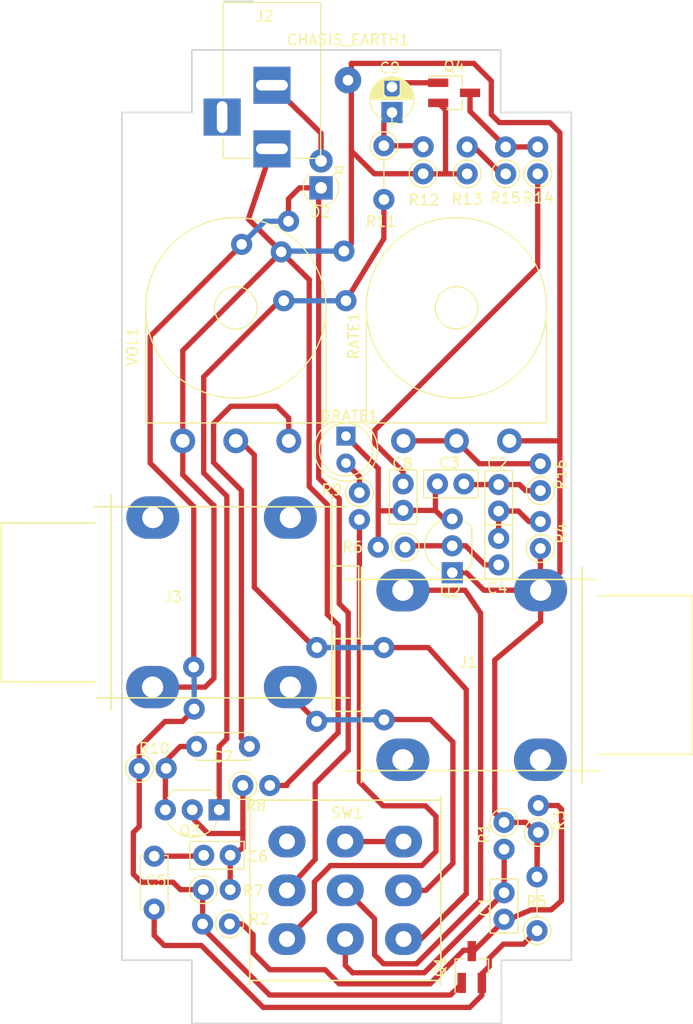
<source format=kicad_pcb>
(kicad_pcb (version 4) (host pcbnew 4.0.6)

  (general
    (links 60)
    (no_connects 0)
    (area 57.074999 44.501999 99.643001 141.172001)
    (thickness 1.6)
    (drawings 19)
    (tracks 393)
    (zones 0)
    (modules 38)
    (nets 34)
  )

  (page A4)
  (title_block
    (title "EA Tremolo")
    (rev R2)
    (comment 4 "Volume and Speed controls only")
  )

  (layers
    (0 F.Cu signal)
    (31 B.Cu signal)
    (32 B.Adhes user hide)
    (33 F.Adhes user hide)
    (34 B.Paste user hide)
    (35 F.Paste user hide)
    (36 B.SilkS user hide)
    (37 F.SilkS user)
    (38 B.Mask user hide)
    (39 F.Mask user hide)
    (40 Dwgs.User user hide)
    (41 Cmts.User user hide)
    (42 Eco1.User user hide)
    (43 Eco2.User user hide)
    (44 Edge.Cuts user)
    (45 Margin user hide)
    (46 B.CrtYd user hide)
    (47 F.CrtYd user)
    (48 B.Fab user hide)
    (49 F.Fab user hide)
  )

  (setup
    (last_trace_width 0.5)
    (user_trace_width 0.5)
    (user_trace_width 0.75)
    (user_trace_width 1)
    (trace_clearance 0.2)
    (zone_clearance 0.508)
    (zone_45_only no)
    (trace_min 0.2)
    (segment_width 0.2)
    (edge_width 0.15)
    (via_size 0.6)
    (via_drill 0.4)
    (via_min_size 0.4)
    (via_min_drill 0.3)
    (user_via 2 1)
    (uvia_size 0.3)
    (uvia_drill 0.1)
    (uvias_allowed no)
    (uvia_min_size 0.2)
    (uvia_min_drill 0.1)
    (pcb_text_width 0.3)
    (pcb_text_size 1.5 1.5)
    (mod_edge_width 0.15)
    (mod_text_size 1 1)
    (mod_text_width 0.15)
    (pad_size 1.524 1.524)
    (pad_drill 0.762)
    (pad_to_mask_clearance 0.2)
    (aux_axis_origin 0 0)
    (visible_elements 7FFEFFFF)
    (pcbplotparams
      (layerselection 0x00030_80000001)
      (usegerberextensions false)
      (excludeedgelayer true)
      (linewidth 0.100000)
      (plotframeref false)
      (viasonmask false)
      (mode 1)
      (useauxorigin false)
      (hpglpennumber 1)
      (hpglpenspeed 20)
      (hpglpendiameter 15)
      (hpglpenoverlay 2)
      (psnegative false)
      (psa4output false)
      (plotreference true)
      (plotvalue true)
      (plotinvisibletext false)
      (padsonsilk false)
      (subtractmaskfromsilk false)
      (outputformat 1)
      (mirror false)
      (drillshape 1)
      (scaleselection 1)
      (outputdirectory ""))
  )

  (net 0 "")
  (net 1 "Net-(C1-Pad1)")
  (net 2 "Net-(C1-Pad2)")
  (net 3 "Net-(C2-Pad1)")
  (net 4 "Net-(C2-Pad2)")
  (net 5 "Net-(C3-Pad1)")
  (net 6 "Net-(C4-Pad2)")
  (net 7 /+9V)
  (net 8 "Net-(C5-Pad2)")
  (net 9 "Net-(C6-Pad1)")
  (net 10 "Net-(C7-Pad1)")
  (net 11 "Net-(C7-Pad2)")
  (net 12 "Net-(C8-Pad1)")
  (net 13 "Net-(C9-Pad1)")
  (net 14 "Net-(C9-Pad2)")
  (net 15 /GND)
  (net 16 "Net-(D2-Pad2)")
  (net 17 "Net-(J1-Pad2)")
  (net 18 "Net-(J1-Pad1)")
  (net 19 "Net-(J1-Pad3)")
  (net 20 "Net-(J2-Pad3)")
  (net 21 "Net-(J3-Pad2)")
  (net 22 "Net-(J3-Pad1)")
  (net 23 "Net-(J3-Pad3)")
  (net 24 "Net-(Q3-Pad1)")
  (net 25 "Net-(Q4-Pad3)")
  (net 26 "Net-(R13-Pad2)")
  (net 27 "Net-(SW1-Pad4)")
  (net 28 "Net-(SW1-Pad9)")
  (net 29 "Net-(R9-Pad2)")
  (net 30 "Net-(R16-Pad2)")
  (net 31 "Net-(C5-Pad1)")
  (net 32 "Net-(DRATE1-Pad2)")
  (net 33 "Net-(SW1-Pad1)")

  (net_class Default "This is the default net class."
    (clearance 0.2)
    (trace_width 0.25)
    (via_dia 0.6)
    (via_drill 0.4)
    (uvia_dia 0.3)
    (uvia_drill 0.1)
    (add_net /+9V)
    (add_net /GND)
    (add_net "Net-(C1-Pad1)")
    (add_net "Net-(C1-Pad2)")
    (add_net "Net-(C2-Pad1)")
    (add_net "Net-(C2-Pad2)")
    (add_net "Net-(C3-Pad1)")
    (add_net "Net-(C4-Pad2)")
    (add_net "Net-(C5-Pad1)")
    (add_net "Net-(C5-Pad2)")
    (add_net "Net-(C6-Pad1)")
    (add_net "Net-(C7-Pad1)")
    (add_net "Net-(C7-Pad2)")
    (add_net "Net-(C8-Pad1)")
    (add_net "Net-(C9-Pad1)")
    (add_net "Net-(C9-Pad2)")
    (add_net "Net-(D2-Pad2)")
    (add_net "Net-(DRATE1-Pad2)")
    (add_net "Net-(J1-Pad1)")
    (add_net "Net-(J1-Pad2)")
    (add_net "Net-(J1-Pad3)")
    (add_net "Net-(J2-Pad3)")
    (add_net "Net-(J3-Pad1)")
    (add_net "Net-(J3-Pad2)")
    (add_net "Net-(J3-Pad3)")
    (add_net "Net-(Q3-Pad1)")
    (add_net "Net-(Q4-Pad3)")
    (add_net "Net-(R13-Pad2)")
    (add_net "Net-(R16-Pad2)")
    (add_net "Net-(R9-Pad2)")
    (add_net "Net-(SW1-Pad1)")
    (add_net "Net-(SW1-Pad4)")
    (add_net "Net-(SW1-Pad9)")
  )

  (module custom_sw:SW_3PDT_W18MM_L17.3MM_P5.3MM_D2MM (layer F.Cu) (tedit 5A23C86D) (tstamp 5A227CE5)
    (at 78.232 128.524)
    (path /5A226338)
    (fp_text reference SW1 (at 0.1905 -7.3025) (layer F.SilkS)
      (effects (font (size 1 1) (thickness 0.15)))
    )
    (fp_text value SW_3PDT_on_on (at 0.254 14.478) (layer F.Fab)
      (effects (font (size 1 1) (thickness 0.15)))
    )
    (fp_line (start -8.89 -8.509) (end 7.62 -8.509) (layer F.SilkS) (width 0.15))
    (fp_line (start 7.62 -8.509) (end 8.89 -8.509) (layer F.SilkS) (width 0.15))
    (fp_line (start 9.017 -8.89) (end 9.017 8.89) (layer F.SilkS) (width 0.15))
    (fp_line (start 8.89 8.509) (end -8.89 8.509) (layer F.SilkS) (width 0.15))
    (fp_line (start -9.017 8.89) (end -9.017 -8.89) (layer F.SilkS) (width 0.15))
    (pad 1 thru_hole oval (at -5.5 -4.6) (size 3.5 3) (drill 1.5) (layers *.Cu *.Mask)
      (net 33 "Net-(SW1-Pad1)"))
    (pad 4 thru_hole oval (at 0 -4.6) (size 3.5 3) (drill 1.5) (layers *.Cu *.Mask)
      (net 27 "Net-(SW1-Pad4)"))
    (pad 7 thru_hole oval (at 5.5 -4.6) (size 3.5 3) (drill 1.5) (layers *.Cu *.Mask)
      (net 27 "Net-(SW1-Pad4)"))
    (pad 2 thru_hole oval (at -5.5 0) (size 3.5 3) (drill 1.5) (layers *.Cu *.Mask)
      (net 7 /+9V))
    (pad 5 thru_hole oval (at 0 0) (size 3.5 3) (drill 1.5) (layers *.Cu *.Mask)
      (net 18 "Net-(J1-Pad1)"))
    (pad 8 thru_hole oval (at 5.5 0) (size 3.5 3) (drill 1.5) (layers *.Cu *.Mask)
      (net 22 "Net-(J3-Pad1)"))
    (pad 3 thru_hole oval (at -5.5 4.6) (size 3.5 3) (drill 1.5) (layers *.Cu *.Mask)
      (net 29 "Net-(R9-Pad2)"))
    (pad 6 thru_hole oval (at 0 4.6) (size 3.5 3) (drill 1.5) (layers *.Cu *.Mask)
      (net 2 "Net-(C1-Pad2)"))
    (pad 9 thru_hole oval (at 5.5 4.6) (size 3.5 3) (drill 1.5) (layers *.Cu *.Mask)
      (net 28 "Net-(SW1-Pad9)"))
  )

  (module Potentiometers:Potentiometer_Omeg_PC16PU_Horizontal (layer F.Cu) (tedit 5A23C7F4) (tstamp 5A2293DC)
    (at 72.898 86.106 90)
    (descr "Potentiometer, horizontally mounted, Omeg PC16PU, Omeg PC16PU, Omeg PC16PU, http://www.omeg.co.uk/pc6bubrc.htm")
    (tags "Potentiometer horizontal  Omeg PC16PU  Omeg PC16PU  Omeg PC16PU")
    (path /5A21F62F)
    (fp_text reference VOL1 (at 8.89 -14.732 270) (layer F.SilkS)
      (effects (font (size 1 1) (thickness 0.15)))
    )
    (fp_text value A25K (at 9.915 4.7 90) (layer F.Fab)
      (effects (font (size 1 1) (thickness 0.15)))
    )
    (fp_circle (center 12.55 -5) (end 21 -5) (layer F.Fab) (width 0.1))
    (fp_circle (center 12.55 -5) (end 16.05 -5) (layer F.Fab) (width 0.1))
    (fp_circle (center 12.55 -5) (end 14.55 -5) (layer F.Fab) (width 0.1))
    (fp_circle (center 12.55 -5) (end 21.06 -5) (layer F.SilkS) (width 0.12))
    (fp_circle (center 12.55 -5) (end 14.55 -5) (layer F.SilkS) (width 0.12))
    (fp_line (start 12.55 -13.45) (end 1.75 -13.45) (layer F.Fab) (width 0.1))
    (fp_line (start 1.75 -13.45) (end 1.75 3.45) (layer F.Fab) (width 0.1))
    (fp_line (start 1.75 3.45) (end 12.55 3.45) (layer F.Fab) (width 0.1))
    (fp_line (start 1.69 -13.51) (end 12.55 -13.51) (layer F.SilkS) (width 0.12))
    (fp_line (start 1.69 -13.51) (end 1.69 3.51) (layer F.SilkS) (width 0.12))
    (fp_line (start 1.69 3.51) (end 12.55 3.51) (layer F.SilkS) (width 0.12))
    (fp_line (start -1.45 -13.7) (end -1.45 3.7) (layer F.CrtYd) (width 0.05))
    (fp_line (start -1.45 3.7) (end 21.25 3.7) (layer F.CrtYd) (width 0.05))
    (fp_line (start 21.25 3.7) (end 21.25 -13.7) (layer F.CrtYd) (width 0.05))
    (fp_line (start 21.25 -13.7) (end -1.45 -13.7) (layer F.CrtYd) (width 0.05))
    (pad 3 thru_hole circle (at 0 -10 90) (size 2.34 2.34) (drill 1.3) (layers *.Cu *.Mask)
      (net 15 /GND))
    (pad 2 thru_hole circle (at 0 -5 90) (size 2.34 2.34) (drill 1.3) (layers *.Cu *.Mask)
      (net 28 "Net-(SW1-Pad9)"))
    (pad 1 thru_hole circle (at 0 0 90) (size 2.34 2.34) (drill 1.3) (layers *.Cu *.Mask)
      (net 10 "Net-(C7-Pad1)"))
    (model Potentiometers.3dshapes/Potentiometer_Omeg_PC16PU_Horizontal.wrl
      (at (xyz 0 0 0))
      (scale (xyz 0.393701 0.393701 0.393701))
      (rotate (xyz 0 0 0))
    )
  )

  (module Potentiometers:Potentiometer_Omeg_PC16PU_Horizontal (layer F.Cu) (tedit 58826B08) (tstamp 5A2293D6)
    (at 93.726 86.106 90)
    (descr "Potentiometer, horizontally mounted, Omeg PC16PU, Omeg PC16PU, Omeg PC16PU, http://www.omeg.co.uk/pc6bubrc.htm")
    (tags "Potentiometer horizontal  Omeg PC16PU  Omeg PC16PU  Omeg PC16PU")
    (path /5A224067)
    (fp_text reference RATE1 (at 9.915 -14.7 90) (layer F.SilkS)
      (effects (font (size 1 1) (thickness 0.15)))
    )
    (fp_text value B100K (at 9.915 4.7 90) (layer F.Fab)
      (effects (font (size 1 1) (thickness 0.15)))
    )
    (fp_circle (center 12.55 -5) (end 21 -5) (layer F.Fab) (width 0.1))
    (fp_circle (center 12.55 -5) (end 16.05 -5) (layer F.Fab) (width 0.1))
    (fp_circle (center 12.55 -5) (end 14.55 -5) (layer F.Fab) (width 0.1))
    (fp_circle (center 12.55 -5) (end 21.06 -5) (layer F.SilkS) (width 0.12))
    (fp_circle (center 12.55 -5) (end 14.55 -5) (layer F.SilkS) (width 0.12))
    (fp_line (start 12.55 -13.45) (end 1.75 -13.45) (layer F.Fab) (width 0.1))
    (fp_line (start 1.75 -13.45) (end 1.75 3.45) (layer F.Fab) (width 0.1))
    (fp_line (start 1.75 3.45) (end 12.55 3.45) (layer F.Fab) (width 0.1))
    (fp_line (start 1.69 -13.51) (end 12.55 -13.51) (layer F.SilkS) (width 0.12))
    (fp_line (start 1.69 -13.51) (end 1.69 3.51) (layer F.SilkS) (width 0.12))
    (fp_line (start 1.69 3.51) (end 12.55 3.51) (layer F.SilkS) (width 0.12))
    (fp_line (start -1.45 -13.7) (end -1.45 3.7) (layer F.CrtYd) (width 0.05))
    (fp_line (start -1.45 3.7) (end 21.25 3.7) (layer F.CrtYd) (width 0.05))
    (fp_line (start 21.25 3.7) (end 21.25 -13.7) (layer F.CrtYd) (width 0.05))
    (fp_line (start 21.25 -13.7) (end -1.45 -13.7) (layer F.CrtYd) (width 0.05))
    (pad 3 thru_hole circle (at 0 -10 90) (size 2.34 2.34) (drill 1.3) (layers *.Cu *.Mask)
      (net 30 "Net-(R16-Pad2)"))
    (pad 2 thru_hole circle (at 0 -5 90) (size 2.34 2.34) (drill 1.3) (layers *.Cu *.Mask)
      (net 30 "Net-(R16-Pad2)"))
    (pad 1 thru_hole circle (at 0 0 90) (size 2.34 2.34) (drill 1.3) (layers *.Cu *.Mask)
      (net 15 /GND))
    (model Potentiometers.3dshapes/Potentiometer_Omeg_PC16PU_Horizontal.wrl
      (at (xyz 0 0 0))
      (scale (xyz 0.393701 0.393701 0.393701))
      (rotate (xyz 0 0 0))
    )
  )

  (module custom_sockets:JackSocket_Mono_PCB (layer F.Cu) (tedit 5A23C889) (tstamp 5A227AF6)
    (at 90.17 108.204 90)
    (path /5A21AB62)
    (fp_text reference J1 (at 1.2065 -0.3175 180) (layer F.SilkS)
      (effects (font (size 1 1) (thickness 0.15)))
    )
    (fp_text value JACK__MONO_2P_NC (at 0.0635 13.2715 90) (layer F.Fab)
      (effects (font (size 1 1) (thickness 0.15)))
    )
    (fp_line (start 0 -12.954) (end -3.429 -12.954) (layer F.SilkS) (width 0.15))
    (fp_line (start -3.429 -12.954) (end -3.429 -10.414) (layer F.SilkS) (width 0.15))
    (fp_line (start 0 -12.954) (end 3.429 -12.954) (layer F.SilkS) (width 0.15))
    (fp_line (start 3.429 -12.954) (end 3.429 -10.414) (layer F.SilkS) (width 0.15))
    (fp_line (start -10.16 10.414) (end 10.16 10.414) (layer F.SilkS) (width 0.15))
    (fp_line (start -10.16 -10.414) (end 10.16 -10.414) (layer F.SilkS) (width 0.15))
    (fp_line (start -7.493 11.938) (end -7.493 20.828) (layer F.SilkS) (width 0.15))
    (fp_line (start -7.493 20.828) (end 7.493 20.828) (layer F.SilkS) (width 0.15))
    (fp_line (start 7.493 20.828) (end 7.493 11.938) (layer F.SilkS) (width 0.15))
    (fp_line (start 9.017 -12.065) (end 9.017 11.811) (layer F.SilkS) (width 0.15))
    (fp_line (start -9.017 -11.811) (end -9.017 12.065) (layer F.SilkS) (width 0.15))
    (pad 2 thru_hole oval (at -8 -6.5 90) (size 4 5) (drill 2) (layers *.Cu *.Mask)
      (net 17 "Net-(J1-Pad2)"))
    (pad 1 thru_hole oval (at 8 -6.5 90) (size 4 5) (drill 2) (layers *.Cu *.Mask)
      (net 18 "Net-(J1-Pad1)"))
    (pad 4 thru_hole oval (at 8 6.5 90) (size 4 5) (drill 2) (layers *.Cu *.Mask)
      (net 15 /GND))
    (pad 3 thru_hole oval (at -8 6.477 90) (size 4 5) (drill 2) (layers *.Cu *.Mask)
      (net 19 "Net-(J1-Pad3)"))
  )

  (module Connectors:BARREL_JACK (layer F.Cu) (tedit 5A23C7E3) (tstamp 5A227B15)
    (at 71.3105 58.547 270)
    (descr "DC Barrel Jack")
    (tags "Power Jack")
    (path /5A21B006)
    (fp_text reference J2 (at -12.5095 0.6985 540) (layer F.SilkS)
      (effects (font (size 1 1) (thickness 0.15)))
    )
    (fp_text value BARREL_JACK (at -6.2 -5.5 270) (layer F.Fab)
      (effects (font (size 1 1) (thickness 0.15)))
    )
    (fp_line (start 1 -4.5) (end 1 -4.75) (layer F.CrtYd) (width 0.05))
    (fp_line (start 1 -4.75) (end -14 -4.75) (layer F.CrtYd) (width 0.05))
    (fp_line (start 1 -4.5) (end 1 -2) (layer F.CrtYd) (width 0.05))
    (fp_line (start 1 -2) (end 2 -2) (layer F.CrtYd) (width 0.05))
    (fp_line (start 2 -2) (end 2 2) (layer F.CrtYd) (width 0.05))
    (fp_line (start 2 2) (end 1 2) (layer F.CrtYd) (width 0.05))
    (fp_line (start 1 2) (end 1 4.75) (layer F.CrtYd) (width 0.05))
    (fp_line (start 1 4.75) (end -1 4.75) (layer F.CrtYd) (width 0.05))
    (fp_line (start -1 4.75) (end -1 6.75) (layer F.CrtYd) (width 0.05))
    (fp_line (start -1 6.75) (end -5 6.75) (layer F.CrtYd) (width 0.05))
    (fp_line (start -5 6.75) (end -5 4.75) (layer F.CrtYd) (width 0.05))
    (fp_line (start -5 4.75) (end -14 4.75) (layer F.CrtYd) (width 0.05))
    (fp_line (start -14 4.75) (end -14 -4.75) (layer F.CrtYd) (width 0.05))
    (fp_line (start -5 4.6) (end -13.8 4.6) (layer F.SilkS) (width 0.12))
    (fp_line (start -13.8 4.6) (end -13.8 -4.6) (layer F.SilkS) (width 0.12))
    (fp_line (start 0.9 1.9) (end 0.9 4.6) (layer F.SilkS) (width 0.12))
    (fp_line (start 0.9 4.6) (end -1 4.6) (layer F.SilkS) (width 0.12))
    (fp_line (start -13.8 -4.6) (end 0.9 -4.6) (layer F.SilkS) (width 0.12))
    (fp_line (start 0.9 -4.6) (end 0.9 -2) (layer F.SilkS) (width 0.12))
    (fp_line (start -10.2 -4.5) (end -10.2 4.5) (layer F.Fab) (width 0.1))
    (fp_line (start -13.7 -4.5) (end -13.7 4.5) (layer F.Fab) (width 0.1))
    (fp_line (start -13.7 4.5) (end 0.8 4.5) (layer F.Fab) (width 0.1))
    (fp_line (start 0.8 4.5) (end 0.8 -4.5) (layer F.Fab) (width 0.1))
    (fp_line (start 0.8 -4.5) (end -13.7 -4.5) (layer F.Fab) (width 0.1))
    (pad 1 thru_hole rect (at 0 0 270) (size 3.5 3.5) (drill oval 1 3) (layers *.Cu *.Mask)
      (net 15 /GND))
    (pad 2 thru_hole rect (at -6 0 270) (size 3.5 3.5) (drill oval 1 3) (layers *.Cu *.Mask)
      (net 16 "Net-(D2-Pad2)"))
    (pad 3 thru_hole rect (at -3 4.7 270) (size 3.5 3.5) (drill oval 3 1) (layers *.Cu *.Mask)
      (net 20 "Net-(J2-Pad3)"))
  )

  (module custom_sockets:JackSocket_Mono_PCB (layer F.Cu) (tedit 5A23C88F) (tstamp 5A227B28)
    (at 66.548 101.346 270)
    (path /5A21ABE6)
    (fp_text reference J3 (at -0.508 4.572 360) (layer F.SilkS)
      (effects (font (size 1 1) (thickness 0.15)))
    )
    (fp_text value JACK__MONO_2P_NC (at 0.0635 13.2715 270) (layer F.Fab)
      (effects (font (size 1 1) (thickness 0.15)))
    )
    (fp_line (start 0 -12.954) (end -3.429 -12.954) (layer F.SilkS) (width 0.15))
    (fp_line (start -3.429 -12.954) (end -3.429 -10.414) (layer F.SilkS) (width 0.15))
    (fp_line (start 0 -12.954) (end 3.429 -12.954) (layer F.SilkS) (width 0.15))
    (fp_line (start 3.429 -12.954) (end 3.429 -10.414) (layer F.SilkS) (width 0.15))
    (fp_line (start -10.16 10.414) (end 10.16 10.414) (layer F.SilkS) (width 0.15))
    (fp_line (start -10.16 -10.414) (end 10.16 -10.414) (layer F.SilkS) (width 0.15))
    (fp_line (start -7.493 11.938) (end -7.493 20.828) (layer F.SilkS) (width 0.15))
    (fp_line (start -7.493 20.828) (end 7.493 20.828) (layer F.SilkS) (width 0.15))
    (fp_line (start 7.493 20.828) (end 7.493 11.938) (layer F.SilkS) (width 0.15))
    (fp_line (start 9.017 -12.065) (end 9.017 11.811) (layer F.SilkS) (width 0.15))
    (fp_line (start -9.017 -11.811) (end -9.017 12.065) (layer F.SilkS) (width 0.15))
    (pad 2 thru_hole oval (at -8 -6.5 270) (size 4 5) (drill 2) (layers *.Cu *.Mask)
      (net 21 "Net-(J3-Pad2)"))
    (pad 1 thru_hole oval (at 8 -6.5 270) (size 4 5) (drill 2) (layers *.Cu *.Mask)
      (net 22 "Net-(J3-Pad1)"))
    (pad 4 thru_hole oval (at 8 6.5 270) (size 4 5) (drill 2) (layers *.Cu *.Mask)
      (net 15 /GND))
    (pad 3 thru_hole oval (at -8 6.477 270) (size 4 5) (drill 2) (layers *.Cu *.Mask)
      (net 23 "Net-(J3-Pad3)"))
  )

  (module C_Disc_2mmPads:C_Disc_2mmPads (layer F.Cu) (tedit 5A23C87A) (tstamp 5A228E5C)
    (at 93.218 131.2545 90)
    (descr "C, Disc series, Radial, pin pitch=2.50mm, , diameter*width=5*2.5mm^2, Capacitor, http://cdn-reichelt.de/documents/datenblatt/B300/DS_KERKO_TC.pdf")
    (tags "C Disc series Radial pin pitch 2.50mm  diameter 5mm width 2.5mm Capacitor")
    (path /5A21B803)
    (fp_text reference C1 (at 1.1938 -1.8034 270) (layer F.SilkS)
      (effects (font (size 1 1) (thickness 0.15)))
    )
    (fp_text value 47nF (at 1.25 2.56 90) (layer F.Fab)
      (effects (font (size 1 1) (thickness 0.15)))
    )
    (fp_line (start -1.25 -1.25) (end -1.25 1.25) (layer F.Fab) (width 0.1))
    (fp_line (start -1.25 1.25) (end 3.75 1.25) (layer F.Fab) (width 0.1))
    (fp_line (start 3.75 1.25) (end 3.75 -1.25) (layer F.Fab) (width 0.1))
    (fp_line (start 3.75 -1.25) (end -1.25 -1.25) (layer F.Fab) (width 0.1))
    (fp_line (start -1.31 -1.31) (end 3.81 -1.31) (layer F.SilkS) (width 0.12))
    (fp_line (start -1.31 1.31) (end 3.81 1.31) (layer F.SilkS) (width 0.12))
    (fp_line (start -1.31 -1.31) (end -1.31 1.31) (layer F.SilkS) (width 0.12))
    (fp_line (start 3.81 -1.31) (end 3.81 1.31) (layer F.SilkS) (width 0.12))
    (fp_line (start -1.6 -1.6) (end -1.6 1.6) (layer F.CrtYd) (width 0.05))
    (fp_line (start -1.6 1.6) (end 4.1 1.6) (layer F.CrtYd) (width 0.05))
    (fp_line (start 4.1 1.6) (end 4.1 -1.6) (layer F.CrtYd) (width 0.05))
    (fp_line (start 4.1 -1.6) (end -1.6 -1.6) (layer F.CrtYd) (width 0.05))
    (fp_text user %R (at 1.25 0 90) (layer F.Fab)
      (effects (font (size 1 1) (thickness 0.15)))
    )
    (pad 1 thru_hole circle (at 0 0 90) (size 2 2) (drill 1) (layers *.Cu *.Mask)
      (net 1 "Net-(C1-Pad1)"))
    (pad 2 thru_hole circle (at 2.5 0 90) (size 2 2) (drill 1) (layers *.Cu *.Mask)
      (net 2 "Net-(C1-Pad2)"))
    (model ${KISYS3DMOD}/Capacitors_THT.3dshapes/C_Disc_D5.0mm_W2.5mm_P2.50mm.wrl
      (at (xyz 0 0 0))
      (scale (xyz 1 1 1))
      (rotate (xyz 0 0 0))
    )
  )

  (module C_Disc_2mmPads:C_Disc_2mmPads (layer F.Cu) (tedit 5A247803) (tstamp 5A228E7A)
    (at 67.3735 125.222 180)
    (descr "C, Disc series, Radial, pin pitch=2.50mm, , diameter*width=5*2.5mm^2, Capacitor, http://cdn-reichelt.de/documents/datenblatt/B300/DS_KERKO_TC.pdf")
    (tags "C Disc series Radial pin pitch 2.50mm  diameter 5mm width 2.5mm Capacitor")
    (path /5A21C77C)
    (fp_text reference C6 (at -2.6035 -0.127 180) (layer F.SilkS)
      (effects (font (size 1 1) (thickness 0.15)))
    )
    (fp_text value 220nF (at 1.25 2.56 180) (layer F.Fab)
      (effects (font (size 1 1) (thickness 0.15)))
    )
    (fp_line (start -1.25 -1.25) (end -1.25 1.25) (layer F.Fab) (width 0.1))
    (fp_line (start -1.25 1.25) (end 3.75 1.25) (layer F.Fab) (width 0.1))
    (fp_line (start 3.75 1.25) (end 3.75 -1.25) (layer F.Fab) (width 0.1))
    (fp_line (start 3.75 -1.25) (end -1.25 -1.25) (layer F.Fab) (width 0.1))
    (fp_line (start -1.31 -1.31) (end 3.81 -1.31) (layer F.SilkS) (width 0.12))
    (fp_line (start -1.31 1.31) (end 3.81 1.31) (layer F.SilkS) (width 0.12))
    (fp_line (start -1.31 -1.31) (end -1.31 1.31) (layer F.SilkS) (width 0.12))
    (fp_line (start 3.81 -1.31) (end 3.81 1.31) (layer F.SilkS) (width 0.12))
    (fp_line (start -1.6 -1.6) (end -1.6 1.6) (layer F.CrtYd) (width 0.05))
    (fp_line (start -1.6 1.6) (end 4.1 1.6) (layer F.CrtYd) (width 0.05))
    (fp_line (start 4.1 1.6) (end 4.1 -1.6) (layer F.CrtYd) (width 0.05))
    (fp_line (start 4.1 -1.6) (end -1.6 -1.6) (layer F.CrtYd) (width 0.05))
    (fp_text user %R (at 1.25 0 180) (layer F.Fab)
      (effects (font (size 1 1) (thickness 0.15)))
    )
    (pad 1 thru_hole circle (at 0 0 180) (size 2 2) (drill 1) (layers *.Cu *.Mask)
      (net 9 "Net-(C6-Pad1)"))
    (pad 2 thru_hole circle (at 2.5 0 180) (size 2 2) (drill 1) (layers *.Cu *.Mask)
      (net 8 "Net-(C5-Pad2)"))
    (model ${KISYS3DMOD}/Capacitors_THT.3dshapes/C_Disc_D5.0mm_W2.5mm_P2.50mm.wrl
      (at (xyz 0 0 0))
      (scale (xyz 1 1 1))
      (rotate (xyz 0 0 0))
    )
  )

  (module C_Disc_2mmPads:C_Disc_2mmPads (layer F.Cu) (tedit 5A245BFF) (tstamp 5A228E86)
    (at 83.693 90.17 270)
    (descr "C, Disc series, Radial, pin pitch=2.50mm, , diameter*width=5*2.5mm^2, Capacitor, http://cdn-reichelt.de/documents/datenblatt/B300/DS_KERKO_TC.pdf")
    (tags "C Disc series Radial pin pitch 2.50mm  diameter 5mm width 2.5mm Capacitor")
    (path /5A22016A)
    (fp_text reference C8 (at -1.905 0.0635 360) (layer F.SilkS)
      (effects (font (size 1 1) (thickness 0.15)))
    )
    (fp_text value 470nF (at 1.25 2.56 270) (layer F.Fab)
      (effects (font (size 1 1) (thickness 0.15)))
    )
    (fp_line (start -1.25 -1.25) (end -1.25 1.25) (layer F.Fab) (width 0.1))
    (fp_line (start -1.25 1.25) (end 3.75 1.25) (layer F.Fab) (width 0.1))
    (fp_line (start 3.75 1.25) (end 3.75 -1.25) (layer F.Fab) (width 0.1))
    (fp_line (start 3.75 -1.25) (end -1.25 -1.25) (layer F.Fab) (width 0.1))
    (fp_line (start -1.31 -1.31) (end 3.81 -1.31) (layer F.SilkS) (width 0.12))
    (fp_line (start -1.31 1.31) (end 3.81 1.31) (layer F.SilkS) (width 0.12))
    (fp_line (start -1.31 -1.31) (end -1.31 1.31) (layer F.SilkS) (width 0.12))
    (fp_line (start 3.81 -1.31) (end 3.81 1.31) (layer F.SilkS) (width 0.12))
    (fp_line (start -1.6 -1.6) (end -1.6 1.6) (layer F.CrtYd) (width 0.05))
    (fp_line (start -1.6 1.6) (end 4.1 1.6) (layer F.CrtYd) (width 0.05))
    (fp_line (start 4.1 1.6) (end 4.1 -1.6) (layer F.CrtYd) (width 0.05))
    (fp_line (start 4.1 -1.6) (end -1.6 -1.6) (layer F.CrtYd) (width 0.05))
    (fp_text user %R (at 1.25 0 270) (layer F.Fab)
      (effects (font (size 1 1) (thickness 0.15)))
    )
    (pad 1 thru_hole circle (at 0 0 270) (size 2 2) (drill 1) (layers *.Cu *.Mask)
      (net 12 "Net-(C8-Pad1)"))
    (pad 2 thru_hole circle (at 2.5 0 270) (size 2 2) (drill 1) (layers *.Cu *.Mask)
      (net 5 "Net-(C3-Pad1)"))
    (model ${KISYS3DMOD}/Capacitors_THT.3dshapes/C_Disc_D5.0mm_W2.5mm_P2.50mm.wrl
      (at (xyz 0 0 0))
      (scale (xyz 1 1 1))
      (rotate (xyz 0 0 0))
    )
  )

  (module CP_Radial_D4_P2_PadSize2_Drill1:CP_Radial_D4_P2_PadSize2_Drill1 (layer F.Cu) (tedit 5A23C7D8) (tstamp 5A228E8C)
    (at 82.6389 54.864 90)
    (descr "CP, Radial series, Radial, pin pitch=2.00mm, , diameter=4mm, Electrolytic Capacitor")
    (tags "CP Radial series Radial pin pitch 2.00mm  diameter 4mm Electrolytic Capacitor")
    (path /5A21E897)
    (fp_text reference C9 (at 3.937 -0.2159 180) (layer F.SilkS)
      (effects (font (size 1 1) (thickness 0.15)))
    )
    (fp_text value 10uF (at 1 3.31 90) (layer F.Fab)
      (effects (font (size 1 1) (thickness 0.15)))
    )
    (fp_arc (start 1 0) (end -0.845996 -0.98) (angle 124.1) (layer F.SilkS) (width 0.12))
    (fp_arc (start 1 0) (end -0.845996 0.98) (angle -124.1) (layer F.SilkS) (width 0.12))
    (fp_arc (start 1 0) (end 2.845996 -0.98) (angle 55.9) (layer F.SilkS) (width 0.12))
    (fp_circle (center 1 0) (end 3 0) (layer F.Fab) (width 0.1))
    (fp_line (start -1.7 0) (end -0.8 0) (layer F.Fab) (width 0.1))
    (fp_line (start -1.25 -0.45) (end -1.25 0.45) (layer F.Fab) (width 0.1))
    (fp_line (start 1 -2.05) (end 1 2.05) (layer F.SilkS) (width 0.12))
    (fp_line (start 1.04 -2.05) (end 1.04 2.05) (layer F.SilkS) (width 0.12))
    (fp_line (start 1.08 -2.049) (end 1.08 2.049) (layer F.SilkS) (width 0.12))
    (fp_line (start 1.12 -2.047) (end 1.12 2.047) (layer F.SilkS) (width 0.12))
    (fp_line (start 1.16 -2.044) (end 1.16 2.044) (layer F.SilkS) (width 0.12))
    (fp_line (start 1.2 -2.041) (end 1.2 2.041) (layer F.SilkS) (width 0.12))
    (fp_line (start 1.24 -2.037) (end 1.24 -0.78) (layer F.SilkS) (width 0.12))
    (fp_line (start 1.24 0.78) (end 1.24 2.037) (layer F.SilkS) (width 0.12))
    (fp_line (start 1.28 -2.032) (end 1.28 -0.78) (layer F.SilkS) (width 0.12))
    (fp_line (start 1.28 0.78) (end 1.28 2.032) (layer F.SilkS) (width 0.12))
    (fp_line (start 1.32 -2.026) (end 1.32 -0.78) (layer F.SilkS) (width 0.12))
    (fp_line (start 1.32 0.78) (end 1.32 2.026) (layer F.SilkS) (width 0.12))
    (fp_line (start 1.36 -2.019) (end 1.36 -0.78) (layer F.SilkS) (width 0.12))
    (fp_line (start 1.36 0.78) (end 1.36 2.019) (layer F.SilkS) (width 0.12))
    (fp_line (start 1.4 -2.012) (end 1.4 -0.78) (layer F.SilkS) (width 0.12))
    (fp_line (start 1.4 0.78) (end 1.4 2.012) (layer F.SilkS) (width 0.12))
    (fp_line (start 1.44 -2.004) (end 1.44 -0.78) (layer F.SilkS) (width 0.12))
    (fp_line (start 1.44 0.78) (end 1.44 2.004) (layer F.SilkS) (width 0.12))
    (fp_line (start 1.48 -1.995) (end 1.48 -0.78) (layer F.SilkS) (width 0.12))
    (fp_line (start 1.48 0.78) (end 1.48 1.995) (layer F.SilkS) (width 0.12))
    (fp_line (start 1.52 -1.985) (end 1.52 -0.78) (layer F.SilkS) (width 0.12))
    (fp_line (start 1.52 0.78) (end 1.52 1.985) (layer F.SilkS) (width 0.12))
    (fp_line (start 1.56 -1.974) (end 1.56 -0.78) (layer F.SilkS) (width 0.12))
    (fp_line (start 1.56 0.78) (end 1.56 1.974) (layer F.SilkS) (width 0.12))
    (fp_line (start 1.6 -1.963) (end 1.6 -0.78) (layer F.SilkS) (width 0.12))
    (fp_line (start 1.6 0.78) (end 1.6 1.963) (layer F.SilkS) (width 0.12))
    (fp_line (start 1.64 -1.95) (end 1.64 -0.78) (layer F.SilkS) (width 0.12))
    (fp_line (start 1.64 0.78) (end 1.64 1.95) (layer F.SilkS) (width 0.12))
    (fp_line (start 1.68 -1.937) (end 1.68 -0.78) (layer F.SilkS) (width 0.12))
    (fp_line (start 1.68 0.78) (end 1.68 1.937) (layer F.SilkS) (width 0.12))
    (fp_line (start 1.721 -1.923) (end 1.721 -0.78) (layer F.SilkS) (width 0.12))
    (fp_line (start 1.721 0.78) (end 1.721 1.923) (layer F.SilkS) (width 0.12))
    (fp_line (start 1.761 -1.907) (end 1.761 -0.78) (layer F.SilkS) (width 0.12))
    (fp_line (start 1.761 0.78) (end 1.761 1.907) (layer F.SilkS) (width 0.12))
    (fp_line (start 1.801 -1.891) (end 1.801 -0.78) (layer F.SilkS) (width 0.12))
    (fp_line (start 1.801 0.78) (end 1.801 1.891) (layer F.SilkS) (width 0.12))
    (fp_line (start 1.841 -1.874) (end 1.841 -0.78) (layer F.SilkS) (width 0.12))
    (fp_line (start 1.841 0.78) (end 1.841 1.874) (layer F.SilkS) (width 0.12))
    (fp_line (start 1.881 -1.856) (end 1.881 -0.78) (layer F.SilkS) (width 0.12))
    (fp_line (start 1.881 0.78) (end 1.881 1.856) (layer F.SilkS) (width 0.12))
    (fp_line (start 1.921 -1.837) (end 1.921 -0.78) (layer F.SilkS) (width 0.12))
    (fp_line (start 1.921 0.78) (end 1.921 1.837) (layer F.SilkS) (width 0.12))
    (fp_line (start 1.961 -1.817) (end 1.961 -0.78) (layer F.SilkS) (width 0.12))
    (fp_line (start 1.961 0.78) (end 1.961 1.817) (layer F.SilkS) (width 0.12))
    (fp_line (start 2.001 -1.796) (end 2.001 -0.78) (layer F.SilkS) (width 0.12))
    (fp_line (start 2.001 0.78) (end 2.001 1.796) (layer F.SilkS) (width 0.12))
    (fp_line (start 2.041 -1.773) (end 2.041 -0.78) (layer F.SilkS) (width 0.12))
    (fp_line (start 2.041 0.78) (end 2.041 1.773) (layer F.SilkS) (width 0.12))
    (fp_line (start 2.081 -1.75) (end 2.081 -0.78) (layer F.SilkS) (width 0.12))
    (fp_line (start 2.081 0.78) (end 2.081 1.75) (layer F.SilkS) (width 0.12))
    (fp_line (start 2.121 -1.725) (end 2.121 -0.78) (layer F.SilkS) (width 0.12))
    (fp_line (start 2.121 0.78) (end 2.121 1.725) (layer F.SilkS) (width 0.12))
    (fp_line (start 2.161 -1.699) (end 2.161 -0.78) (layer F.SilkS) (width 0.12))
    (fp_line (start 2.161 0.78) (end 2.161 1.699) (layer F.SilkS) (width 0.12))
    (fp_line (start 2.201 -1.672) (end 2.201 -0.78) (layer F.SilkS) (width 0.12))
    (fp_line (start 2.201 0.78) (end 2.201 1.672) (layer F.SilkS) (width 0.12))
    (fp_line (start 2.241 -1.643) (end 2.241 -0.78) (layer F.SilkS) (width 0.12))
    (fp_line (start 2.241 0.78) (end 2.241 1.643) (layer F.SilkS) (width 0.12))
    (fp_line (start 2.281 -1.613) (end 2.281 -0.78) (layer F.SilkS) (width 0.12))
    (fp_line (start 2.281 0.78) (end 2.281 1.613) (layer F.SilkS) (width 0.12))
    (fp_line (start 2.321 -1.581) (end 2.321 -0.78) (layer F.SilkS) (width 0.12))
    (fp_line (start 2.321 0.78) (end 2.321 1.581) (layer F.SilkS) (width 0.12))
    (fp_line (start 2.361 -1.547) (end 2.361 -0.78) (layer F.SilkS) (width 0.12))
    (fp_line (start 2.361 0.78) (end 2.361 1.547) (layer F.SilkS) (width 0.12))
    (fp_line (start 2.401 -1.512) (end 2.401 -0.78) (layer F.SilkS) (width 0.12))
    (fp_line (start 2.401 0.78) (end 2.401 1.512) (layer F.SilkS) (width 0.12))
    (fp_line (start 2.441 -1.475) (end 2.441 -0.78) (layer F.SilkS) (width 0.12))
    (fp_line (start 2.441 0.78) (end 2.441 1.475) (layer F.SilkS) (width 0.12))
    (fp_line (start 2.481 -1.436) (end 2.481 -0.78) (layer F.SilkS) (width 0.12))
    (fp_line (start 2.481 0.78) (end 2.481 1.436) (layer F.SilkS) (width 0.12))
    (fp_line (start 2.521 -1.395) (end 2.521 -0.78) (layer F.SilkS) (width 0.12))
    (fp_line (start 2.521 0.78) (end 2.521 1.395) (layer F.SilkS) (width 0.12))
    (fp_line (start 2.561 -1.351) (end 2.561 -0.78) (layer F.SilkS) (width 0.12))
    (fp_line (start 2.561 0.78) (end 2.561 1.351) (layer F.SilkS) (width 0.12))
    (fp_line (start 2.601 -1.305) (end 2.601 -0.78) (layer F.SilkS) (width 0.12))
    (fp_line (start 2.601 0.78) (end 2.601 1.305) (layer F.SilkS) (width 0.12))
    (fp_line (start 2.641 -1.256) (end 2.641 -0.78) (layer F.SilkS) (width 0.12))
    (fp_line (start 2.641 0.78) (end 2.641 1.256) (layer F.SilkS) (width 0.12))
    (fp_line (start 2.681 -1.204) (end 2.681 -0.78) (layer F.SilkS) (width 0.12))
    (fp_line (start 2.681 0.78) (end 2.681 1.204) (layer F.SilkS) (width 0.12))
    (fp_line (start 2.721 -1.148) (end 2.721 -0.78) (layer F.SilkS) (width 0.12))
    (fp_line (start 2.721 0.78) (end 2.721 1.148) (layer F.SilkS) (width 0.12))
    (fp_line (start 2.761 -1.088) (end 2.761 -0.78) (layer F.SilkS) (width 0.12))
    (fp_line (start 2.761 0.78) (end 2.761 1.088) (layer F.SilkS) (width 0.12))
    (fp_line (start 2.801 -1.023) (end 2.801 1.023) (layer F.SilkS) (width 0.12))
    (fp_line (start 2.841 -0.952) (end 2.841 0.952) (layer F.SilkS) (width 0.12))
    (fp_line (start 2.881 -0.874) (end 2.881 0.874) (layer F.SilkS) (width 0.12))
    (fp_line (start 2.921 -0.786) (end 2.921 0.786) (layer F.SilkS) (width 0.12))
    (fp_line (start 2.961 -0.686) (end 2.961 0.686) (layer F.SilkS) (width 0.12))
    (fp_line (start 3.001 -0.567) (end 3.001 0.567) (layer F.SilkS) (width 0.12))
    (fp_line (start 3.041 -0.415) (end 3.041 0.415) (layer F.SilkS) (width 0.12))
    (fp_line (start 3.081 -0.165) (end 3.081 0.165) (layer F.SilkS) (width 0.12))
    (fp_line (start -1.7 0) (end -0.8 0) (layer F.SilkS) (width 0.12))
    (fp_line (start -1.25 -0.45) (end -1.25 0.45) (layer F.SilkS) (width 0.12))
    (fp_line (start -1.35 -2.35) (end -1.35 2.35) (layer F.CrtYd) (width 0.05))
    (fp_line (start -1.35 2.35) (end 3.35 2.35) (layer F.CrtYd) (width 0.05))
    (fp_line (start 3.35 2.35) (end 3.35 -2.35) (layer F.CrtYd) (width 0.05))
    (fp_line (start 3.35 -2.35) (end -1.35 -2.35) (layer F.CrtYd) (width 0.05))
    (fp_text user %R (at 1 0 90) (layer F.Fab)
      (effects (font (size 1 1) (thickness 0.15)))
    )
    (pad 1 thru_hole rect (at -0.254 0 90) (size 2 2) (drill 1) (layers *.Cu *.Mask)
      (net 13 "Net-(C9-Pad1)"))
    (pad 2 thru_hole circle (at 2.159 0 90) (size 2 2) (drill 1) (layers *.Cu *.Mask)
      (net 14 "Net-(C9-Pad2)"))
    (model ${KISYS3DMOD}/Capacitors_THT.3dshapes/CP_Radial_D4.0mm_P2.00mm.wrl
      (at (xyz 0 0 0))
      (scale (xyz 1 1 1))
      (rotate (xyz 0 0 0))
    )
  )

  (module Wire_Pads:SolderWirePad_single_1mmDrill (layer F.Cu) (tedit 0) (tstamp 5A228E91)
    (at 78.486 52.07)
    (path /5A21E5AB)
    (fp_text reference CHASIS_EARTH1 (at 0 -3.81) (layer F.SilkS)
      (effects (font (size 1 1) (thickness 0.15)))
    )
    (fp_text value CONN_01X01 (at -1.905 3.175) (layer F.Fab)
      (effects (font (size 1 1) (thickness 0.15)))
    )
    (pad 1 thru_hole circle (at 0 0) (size 2.49936 2.49936) (drill 1.00076) (layers *.Cu *.Mask)
      (net 15 /GND))
  )

  (module Diodes_THT:D_DO-41_SOD81_P2.54mm_Vertical_AnodeUp (layer F.Cu) (tedit 5A23C7DE) (tstamp 5A228EA4)
    (at 75.946 62.23 90)
    (descr "D, DO-41_SOD81 series, Axial, Vertical, pin pitch=2.54mm, , length*diameter=5.2*2.7mm^2, , http://www.diodes.com/_files/packages/DO-41%20(Plastic).pdf")
    (tags "D DO-41_SOD81 series Axial Vertical pin pitch 2.54mm  length 5.2mm diameter 2.7mm")
    (path /5A23FF69)
    (fp_text reference D2 (at -2.286 -0.0635 180) (layer F.SilkS)
      (effects (font (size 1 1) (thickness 0.15)))
    )
    (fp_text value D_Schottky (at 1.27 3.579635 90) (layer F.Fab) hide
      (effects (font (size 1 1) (thickness 0.15)))
    )
    (fp_text user K (at -2.390635 0 90) (layer F.Fab)
      (effects (font (size 1 1) (thickness 0.15)))
    )
    (fp_text user %R (at 1.27 0 90) (layer F.Fab)
      (effects (font (size 1 1) (thickness 0.15)))
    )
    (fp_line (start 0 0) (end 2.54 0) (layer F.Fab) (width 0.1))
    (fp_line (start 1.397 1.28) (end 1.397 2.169) (layer F.SilkS) (width 0.12))
    (fp_line (start 1.397 1.7245) (end 1.989667 1.28) (layer F.SilkS) (width 0.12))
    (fp_line (start 1.989667 1.28) (end 1.989667 2.169) (layer F.SilkS) (width 0.12))
    (fp_line (start 1.989667 2.169) (end 1.397 1.7245) (layer F.SilkS) (width 0.12))
    (fp_line (start -1.7 -1.95) (end -1.7 1.95) (layer F.CrtYd) (width 0.05))
    (fp_line (start -1.7 1.95) (end 3.95 1.95) (layer F.CrtYd) (width 0.05))
    (fp_line (start 3.95 1.95) (end 3.95 -1.95) (layer F.CrtYd) (width 0.05))
    (fp_line (start 3.95 -1.95) (end -1.7 -1.95) (layer F.CrtYd) (width 0.05))
    (fp_circle (center 0 0) (end 1.35 0) (layer F.Fab) (width 0.1))
    (fp_arc (start 0 0) (end 1.257516 -1.1) (angle -276.1) (layer F.SilkS) (width 0.12))
    (pad 1 thru_hole rect (at 0 0 90) (size 2.2 2.2) (drill 1.1) (layers *.Cu *.Mask)
      (net 7 /+9V))
    (pad 2 thru_hole oval (at 2.54 0 90) (size 2.2 2.2) (drill 1.1) (layers *.Cu *.Mask)
      (net 16 "Net-(D2-Pad2)"))
    (model ${KISYS3DMOD}/Diodes_THT.3dshapes/D_DO-41_SOD81_P2.54mm_Vertical_AnodeUp.wrl
      (at (xyz 0 0 0))
      (scale (xyz 0.393701 0.393701 0.393701))
      (rotate (xyz 0 0 0))
    )
  )

  (module LEDs:LED_D5.0mm (layer F.Cu) (tedit 5A245C02) (tstamp 5A228EB6)
    (at 78.2955 85.6615 270)
    (descr "LED, diameter 5.0mm, 2 pins, http://cdn-reichelt.de/documents/datenblatt/A500/LL-504BC2E-009.pdf")
    (tags "LED diameter 5.0mm 2 pins")
    (path /5A2316FC)
    (fp_text reference DRATE1 (at -1.905 -0.3175 360) (layer F.SilkS)
      (effects (font (size 1 1) (thickness 0.15)))
    )
    (fp_text value LED (at 1.27 3.96 270) (layer F.Fab)
      (effects (font (size 1 1) (thickness 0.15)))
    )
    (fp_arc (start 1.27 0) (end -1.23 -1.469694) (angle 299.1) (layer F.Fab) (width 0.1))
    (fp_arc (start 1.27 0) (end -1.29 -1.54483) (angle 148.9) (layer F.SilkS) (width 0.12))
    (fp_arc (start 1.27 0) (end -1.29 1.54483) (angle -148.9) (layer F.SilkS) (width 0.12))
    (fp_circle (center 1.27 0) (end 3.77 0) (layer F.Fab) (width 0.1))
    (fp_circle (center 1.27 0) (end 3.77 0) (layer F.SilkS) (width 0.12))
    (fp_line (start -1.23 -1.469694) (end -1.23 1.469694) (layer F.Fab) (width 0.1))
    (fp_line (start -1.29 -1.545) (end -1.29 1.545) (layer F.SilkS) (width 0.12))
    (fp_line (start -1.95 -3.25) (end -1.95 3.25) (layer F.CrtYd) (width 0.05))
    (fp_line (start -1.95 3.25) (end 4.5 3.25) (layer F.CrtYd) (width 0.05))
    (fp_line (start 4.5 3.25) (end 4.5 -3.25) (layer F.CrtYd) (width 0.05))
    (fp_line (start 4.5 -3.25) (end -1.95 -3.25) (layer F.CrtYd) (width 0.05))
    (fp_text user %R (at 1.25 0 270) (layer F.Fab)
      (effects (font (size 0.8 0.8) (thickness 0.2)))
    )
    (pad 1 thru_hole rect (at 0 0 270) (size 1.8 1.8) (drill 0.9) (layers *.Cu *.Mask)
      (net 5 "Net-(C3-Pad1)"))
    (pad 2 thru_hole circle (at 2.54 0 270) (size 1.8 1.8) (drill 0.9) (layers *.Cu *.Mask)
      (net 32 "Net-(DRATE1-Pad2)"))
    (model ${KISYS3DMOD}/LEDs.3dshapes/LED_D5.0mm.wrl
      (at (xyz 0 0 0))
      (scale (xyz 0.393701 0.393701 0.393701))
      (rotate (xyz 0 0 0))
    )
  )

  (module TO_SOT_Packages_SMD:SOT-23_Handsoldering (layer F.Cu) (tedit 5A23C851) (tstamp 5A228ECB)
    (at 90.17 135.763 90)
    (descr "SOT-23, Handsoldering")
    (tags SOT-23)
    (path /5A21AA37)
    (attr smd)
    (fp_text reference Q1 (at 0.0381 -2.9718 90) (layer F.SilkS)
      (effects (font (size 1 1) (thickness 0.15)))
    )
    (fp_text value Q_NJFET_DSG (at 0 2.5 90) (layer F.Fab) hide
      (effects (font (size 1 1) (thickness 0.15)))
    )
    (fp_text user %R (at 0 0 180) (layer F.Fab)
      (effects (font (size 0.5 0.5) (thickness 0.075)))
    )
    (fp_line (start 0.76 1.58) (end 0.76 0.65) (layer F.SilkS) (width 0.12))
    (fp_line (start 0.76 -1.58) (end 0.76 -0.65) (layer F.SilkS) (width 0.12))
    (fp_line (start -2.7 -1.75) (end 2.7 -1.75) (layer F.CrtYd) (width 0.05))
    (fp_line (start 2.7 -1.75) (end 2.7 1.75) (layer F.CrtYd) (width 0.05))
    (fp_line (start 2.7 1.75) (end -2.7 1.75) (layer F.CrtYd) (width 0.05))
    (fp_line (start -2.7 1.75) (end -2.7 -1.75) (layer F.CrtYd) (width 0.05))
    (fp_line (start 0.76 -1.58) (end -2.4 -1.58) (layer F.SilkS) (width 0.12))
    (fp_line (start -0.7 -0.95) (end -0.7 1.5) (layer F.Fab) (width 0.1))
    (fp_line (start -0.15 -1.52) (end 0.7 -1.52) (layer F.Fab) (width 0.1))
    (fp_line (start -0.7 -0.95) (end -0.15 -1.52) (layer F.Fab) (width 0.1))
    (fp_line (start 0.7 -1.52) (end 0.7 1.52) (layer F.Fab) (width 0.1))
    (fp_line (start -0.7 1.52) (end 0.7 1.52) (layer F.Fab) (width 0.1))
    (fp_line (start 0.76 1.58) (end -0.7 1.58) (layer F.SilkS) (width 0.12))
    (pad 1 smd rect (at -1.5 -0.95 90) (size 1.9 0.8) (layers F.Cu F.Paste F.Mask)
      (net 7 /+9V))
    (pad 2 smd rect (at -1.5 0.95 90) (size 1.9 0.8) (layers F.Cu F.Paste F.Mask)
      (net 31 "Net-(C5-Pad1)"))
    (pad 3 smd rect (at 1.5 0 90) (size 1.9 0.8) (layers F.Cu F.Paste F.Mask)
      (net 1 "Net-(C1-Pad1)"))
    (model ${KISYS3DMOD}/TO_SOT_Packages_SMD.3dshapes\SOT-23.wrl
      (at (xyz 0 0 0))
      (scale (xyz 1 1 1))
      (rotate (xyz 0 0 0))
    )
  )

  (module TO_SOT_Packages_SMD:SOT-23_Handsoldering (layer F.Cu) (tedit 58CE4E7E) (tstamp 5A228EEE)
    (at 88.5063 53.2638)
    (descr "SOT-23, Handsoldering")
    (tags SOT-23)
    (path /5A21AADD)
    (attr smd)
    (fp_text reference Q4 (at 0 -2.5) (layer F.SilkS)
      (effects (font (size 1 1) (thickness 0.15)))
    )
    (fp_text value Q_NJFET_DSG (at 0 2.5) (layer F.Fab)
      (effects (font (size 1 1) (thickness 0.15)))
    )
    (fp_text user %R (at 0 0 90) (layer F.Fab)
      (effects (font (size 0.5 0.5) (thickness 0.075)))
    )
    (fp_line (start 0.76 1.58) (end 0.76 0.65) (layer F.SilkS) (width 0.12))
    (fp_line (start 0.76 -1.58) (end 0.76 -0.65) (layer F.SilkS) (width 0.12))
    (fp_line (start -2.7 -1.75) (end 2.7 -1.75) (layer F.CrtYd) (width 0.05))
    (fp_line (start 2.7 -1.75) (end 2.7 1.75) (layer F.CrtYd) (width 0.05))
    (fp_line (start 2.7 1.75) (end -2.7 1.75) (layer F.CrtYd) (width 0.05))
    (fp_line (start -2.7 1.75) (end -2.7 -1.75) (layer F.CrtYd) (width 0.05))
    (fp_line (start 0.76 -1.58) (end -2.4 -1.58) (layer F.SilkS) (width 0.12))
    (fp_line (start -0.7 -0.95) (end -0.7 1.5) (layer F.Fab) (width 0.1))
    (fp_line (start -0.15 -1.52) (end 0.7 -1.52) (layer F.Fab) (width 0.1))
    (fp_line (start -0.7 -0.95) (end -0.15 -1.52) (layer F.Fab) (width 0.1))
    (fp_line (start 0.7 -1.52) (end 0.7 1.52) (layer F.Fab) (width 0.1))
    (fp_line (start -0.7 1.52) (end 0.7 1.52) (layer F.Fab) (width 0.1))
    (fp_line (start 0.76 1.58) (end -0.7 1.58) (layer F.SilkS) (width 0.12))
    (pad 1 smd rect (at -1.5 -0.95) (size 1.9 0.8) (layers F.Cu F.Paste F.Mask)
      (net 14 "Net-(C9-Pad2)"))
    (pad 2 smd rect (at -1.5 0.95) (size 1.9 0.8) (layers F.Cu F.Paste F.Mask)
      (net 15 /GND))
    (pad 3 smd rect (at 1.5 0) (size 1.9 0.8) (layers F.Cu F.Paste F.Mask)
      (net 25 "Net-(Q4-Pad3)"))
    (model ${KISYS3DMOD}/TO_SOT_Packages_SMD.3dshapes\SOT-23.wrl
      (at (xyz 0 0 0))
      (scale (xyz 1 1 1))
      (rotate (xyz 0 0 0))
    )
  )

  (module R_Axial_DIN0207_Vertical_2mmPad:R_Axial_DIN0207_Vertical_2mmPad (layer F.Cu) (tedit 5A23C881) (tstamp 5A228EF4)
    (at 93.218 122.1105 270)
    (descr "Resistor, Axial_DIN0207 series, Axial, Vertical, pin pitch=2.54mm, 0.25W = 1/4W, length*diameter=6.3*2.5mm^2, http://cdn-reichelt.de/documents/datenblatt/B400/1_4W%23YAG.pdf")
    (tags "Resistor Axial_DIN0207 series Axial Vertical pin pitch 2.54mm 0.25W = 1/4W length 6.3mm diameter 2.5mm")
    (path /5A21B1F5)
    (fp_text reference R1 (at 1.0414 1.8669 270) (layer F.SilkS)
      (effects (font (size 1 1) (thickness 0.15)))
    )
    (fp_text value 1M (at 1.27 2.31 270) (layer F.Fab)
      (effects (font (size 1 1) (thickness 0.15)))
    )
    (fp_circle (center 0 0) (end 1.25 0) (layer F.Fab) (width 0.1))
    (fp_circle (center 0 0) (end 1.31 0) (layer F.SilkS) (width 0.12))
    (fp_line (start 0 0) (end 2.54 0) (layer F.Fab) (width 0.1))
    (fp_line (start 1.31 0) (end 1.44 0) (layer F.SilkS) (width 0.12))
    (fp_line (start -1.6 -1.6) (end -1.6 1.6) (layer F.CrtYd) (width 0.05))
    (fp_line (start -1.6 1.6) (end 3.65 1.6) (layer F.CrtYd) (width 0.05))
    (fp_line (start 3.65 1.6) (end 3.65 -1.6) (layer F.CrtYd) (width 0.05))
    (fp_line (start 3.65 -1.6) (end -1.6 -1.6) (layer F.CrtYd) (width 0.05))
    (pad 1 thru_hole circle (at 0 0 270) (size 2 2) (drill 1) (layers *.Cu *.Mask)
      (net 15 /GND))
    (pad 2 thru_hole oval (at 2.54 0 270) (size 2 2) (drill 1) (layers *.Cu *.Mask)
      (net 2 "Net-(C1-Pad2)"))
    (model ${KISYS3DMOD}/Resistors_THT.3dshapes/R_Axial_DIN0207_L6.3mm_D2.5mm_P2.54mm_Vertical.wrl
      (at (xyz 0 0 0))
      (scale (xyz 0.393701 0.393701 0.393701))
      (rotate (xyz 0 0 0))
    )
  )

  (module R_Axial_DIN0207_Vertical_2mmPad:R_Axial_DIN0207_Vertical_2mmPad (layer F.Cu) (tedit 5A24780C) (tstamp 5A228EFA)
    (at 67.31 131.699 180)
    (descr "Resistor, Axial_DIN0207 series, Axial, Vertical, pin pitch=2.54mm, 0.25W = 1/4W, length*diameter=6.3*2.5mm^2, http://cdn-reichelt.de/documents/datenblatt/B400/1_4W%23YAG.pdf")
    (tags "Resistor Axial_DIN0207 series Axial Vertical pin pitch 2.54mm 0.25W = 1/4W length 6.3mm diameter 2.5mm")
    (path /5A21BD65)
    (fp_text reference R2 (at -2.794 0.4445 360) (layer F.SilkS)
      (effects (font (size 1 1) (thickness 0.15)))
    )
    (fp_text value 1M (at 1.27 2.31 180) (layer F.Fab)
      (effects (font (size 1 1) (thickness 0.15)))
    )
    (fp_circle (center 0 0) (end 1.25 0) (layer F.Fab) (width 0.1))
    (fp_circle (center 0 0) (end 1.31 0) (layer F.SilkS) (width 0.12))
    (fp_line (start 0 0) (end 2.54 0) (layer F.Fab) (width 0.1))
    (fp_line (start 1.31 0) (end 1.44 0) (layer F.SilkS) (width 0.12))
    (fp_line (start -1.6 -1.6) (end -1.6 1.6) (layer F.CrtYd) (width 0.05))
    (fp_line (start -1.6 1.6) (end 3.65 1.6) (layer F.CrtYd) (width 0.05))
    (fp_line (start 3.65 1.6) (end 3.65 -1.6) (layer F.CrtYd) (width 0.05))
    (fp_line (start 3.65 -1.6) (end -1.6 -1.6) (layer F.CrtYd) (width 0.05))
    (pad 1 thru_hole circle (at 0 0 180) (size 2 2) (drill 1) (layers *.Cu *.Mask)
      (net 1 "Net-(C1-Pad1)"))
    (pad 2 thru_hole oval (at 2.54 0 180) (size 2 2) (drill 1) (layers *.Cu *.Mask)
      (net 7 /+9V))
    (model ${KISYS3DMOD}/Resistors_THT.3dshapes/R_Axial_DIN0207_L6.3mm_D2.5mm_P2.54mm_Vertical.wrl
      (at (xyz 0 0 0))
      (scale (xyz 0.393701 0.393701 0.393701))
      (rotate (xyz 0 0 0))
    )
  )

  (module R_Axial_DIN0207_Vertical_2mmPad:R_Axial_DIN0207_Vertical_2mmPad (layer F.Cu) (tedit 5A23C87F) (tstamp 5A228F00)
    (at 96.4565 123.063 90)
    (descr "Resistor, Axial_DIN0207 series, Axial, Vertical, pin pitch=2.54mm, 0.25W = 1/4W, length*diameter=6.3*2.5mm^2, http://cdn-reichelt.de/documents/datenblatt/B400/1_4W%23YAG.pdf")
    (tags "Resistor Axial_DIN0207 series Axial Vertical pin pitch 2.54mm 0.25W = 1/4W length 6.3mm diameter 2.5mm")
    (path /5A21B7E2)
    (fp_text reference R3 (at 1.1176 1.9812 90) (layer F.SilkS)
      (effects (font (size 1 1) (thickness 0.15)))
    )
    (fp_text value 1M (at 1.27 2.31 90) (layer F.Fab)
      (effects (font (size 1 1) (thickness 0.15)))
    )
    (fp_circle (center 0 0) (end 1.25 0) (layer F.Fab) (width 0.1))
    (fp_circle (center 0 0) (end 1.31 0) (layer F.SilkS) (width 0.12))
    (fp_line (start 0 0) (end 2.54 0) (layer F.Fab) (width 0.1))
    (fp_line (start 1.31 0) (end 1.44 0) (layer F.SilkS) (width 0.12))
    (fp_line (start -1.6 -1.6) (end -1.6 1.6) (layer F.CrtYd) (width 0.05))
    (fp_line (start -1.6 1.6) (end 3.65 1.6) (layer F.CrtYd) (width 0.05))
    (fp_line (start 3.65 1.6) (end 3.65 -1.6) (layer F.CrtYd) (width 0.05))
    (fp_line (start 3.65 -1.6) (end -1.6 -1.6) (layer F.CrtYd) (width 0.05))
    (pad 1 thru_hole circle (at 0 0 90) (size 2 2) (drill 1) (layers *.Cu *.Mask)
      (net 15 /GND))
    (pad 2 thru_hole oval (at 2.54 0 90) (size 2 2) (drill 1) (layers *.Cu *.Mask)
      (net 1 "Net-(C1-Pad1)"))
    (model ${KISYS3DMOD}/Resistors_THT.3dshapes/R_Axial_DIN0207_L6.3mm_D2.5mm_P2.54mm_Vertical.wrl
      (at (xyz 0 0 0))
      (scale (xyz 0.393701 0.393701 0.393701))
      (rotate (xyz 0 0 0))
    )
  )

  (module R_Axial_DIN0207_Vertical_2mmPad:R_Axial_DIN0207_Vertical_2mmPad (layer F.Cu) (tedit 5A23C8AD) (tstamp 5A228F06)
    (at 96.647 96.266 90)
    (descr "Resistor, Axial_DIN0207 series, Axial, Vertical, pin pitch=2.54mm, 0.25W = 1/4W, length*diameter=6.3*2.5mm^2, http://cdn-reichelt.de/documents/datenblatt/B400/1_4W%23YAG.pdf")
    (tags "Resistor Axial_DIN0207 series Axial Vertical pin pitch 2.54mm 0.25W = 1/4W length 6.3mm diameter 2.5mm")
    (path /5A2238A3)
    (fp_text reference R4 (at 1.4224 1.9939 90) (layer F.SilkS)
      (effects (font (size 1 1) (thickness 0.15)))
    )
    (fp_text value 15K (at 1.27 2.31 90) (layer F.Fab)
      (effects (font (size 1 1) (thickness 0.15)))
    )
    (fp_circle (center 0 0) (end 1.25 0) (layer F.Fab) (width 0.1))
    (fp_circle (center 0 0) (end 1.31 0) (layer F.SilkS) (width 0.12))
    (fp_line (start 0 0) (end 2.54 0) (layer F.Fab) (width 0.1))
    (fp_line (start 1.31 0) (end 1.44 0) (layer F.SilkS) (width 0.12))
    (fp_line (start -1.6 -1.6) (end -1.6 1.6) (layer F.CrtYd) (width 0.05))
    (fp_line (start -1.6 1.6) (end 3.65 1.6) (layer F.CrtYd) (width 0.05))
    (fp_line (start 3.65 1.6) (end 3.65 -1.6) (layer F.CrtYd) (width 0.05))
    (fp_line (start 3.65 -1.6) (end -1.6 -1.6) (layer F.CrtYd) (width 0.05))
    (pad 1 thru_hole circle (at 0 0 90) (size 2 2) (drill 1) (layers *.Cu *.Mask)
      (net 15 /GND))
    (pad 2 thru_hole oval (at 2.54 0 90) (size 2 2) (drill 1) (layers *.Cu *.Mask)
      (net 4 "Net-(C2-Pad2)"))
    (model ${KISYS3DMOD}/Resistors_THT.3dshapes/R_Axial_DIN0207_L6.3mm_D2.5mm_P2.54mm_Vertical.wrl
      (at (xyz 0 0 0))
      (scale (xyz 0.393701 0.393701 0.393701))
      (rotate (xyz 0 0 0))
    )
  )

  (module R_Axial_DIN0207_Vertical_2mmPad:R_Axial_DIN0207_Vertical_2mmPad (layer F.Cu) (tedit 5A245C0E) (tstamp 5A228F12)
    (at 83.8835 96.139 180)
    (descr "Resistor, Axial_DIN0207 series, Axial, Vertical, pin pitch=2.54mm, 0.25W = 1/4W, length*diameter=6.3*2.5mm^2, http://cdn-reichelt.de/documents/datenblatt/B400/1_4W%23YAG.pdf")
    (tags "Resistor Axial_DIN0207 series Axial Vertical pin pitch 2.54mm 0.25W = 1/4W length 6.3mm diameter 2.5mm")
    (path /5A220B24)
    (fp_text reference R6 (at 4.953 0 360) (layer F.SilkS)
      (effects (font (size 1 1) (thickness 0.15)))
    )
    (fp_text value 2.2M (at 1.27 2.31 180) (layer F.Fab)
      (effects (font (size 1 1) (thickness 0.15)))
    )
    (fp_circle (center 0 0) (end 1.25 0) (layer F.Fab) (width 0.1))
    (fp_circle (center 0 0) (end 1.31 0) (layer F.SilkS) (width 0.12))
    (fp_line (start 0 0) (end 2.54 0) (layer F.Fab) (width 0.1))
    (fp_line (start 1.31 0) (end 1.44 0) (layer F.SilkS) (width 0.12))
    (fp_line (start -1.6 -1.6) (end -1.6 1.6) (layer F.CrtYd) (width 0.05))
    (fp_line (start -1.6 1.6) (end 3.65 1.6) (layer F.CrtYd) (width 0.05))
    (fp_line (start 3.65 1.6) (end 3.65 -1.6) (layer F.CrtYd) (width 0.05))
    (fp_line (start 3.65 -1.6) (end -1.6 -1.6) (layer F.CrtYd) (width 0.05))
    (pad 1 thru_hole circle (at 0 0 180) (size 2 2) (drill 1) (layers *.Cu *.Mask)
      (net 6 "Net-(C4-Pad2)"))
    (pad 2 thru_hole oval (at 2.54 0 180) (size 2 2) (drill 1) (layers *.Cu *.Mask)
      (net 5 "Net-(C3-Pad1)"))
    (model ${KISYS3DMOD}/Resistors_THT.3dshapes/R_Axial_DIN0207_L6.3mm_D2.5mm_P2.54mm_Vertical.wrl
      (at (xyz 0 0 0))
      (scale (xyz 0.393701 0.393701 0.393701))
      (rotate (xyz 0 0 0))
    )
  )

  (module R_Axial_DIN0207_Vertical_2mmPad:R_Axial_DIN0207_Vertical_2mmPad (layer F.Cu) (tedit 5A245C09) (tstamp 5A228F24)
    (at 79.5655 90.9955 270)
    (descr "Resistor, Axial_DIN0207 series, Axial, Vertical, pin pitch=2.54mm, 0.25W = 1/4W, length*diameter=6.3*2.5mm^2, http://cdn-reichelt.de/documents/datenblatt/B400/1_4W%23YAG.pdf")
    (tags "Resistor Axial_DIN0207 series Axial Vertical pin pitch 2.54mm 0.25W = 1/4W length 6.3mm diameter 2.5mm")
    (path /5A220FAF)
    (fp_text reference R9 (at -0.254 2.6035 360) (layer F.SilkS)
      (effects (font (size 1 1) (thickness 0.15)))
    )
    (fp_text value 10K (at 1.27 2.31 270) (layer F.Fab)
      (effects (font (size 1 1) (thickness 0.15)))
    )
    (fp_circle (center 0 0) (end 1.25 0) (layer F.Fab) (width 0.1))
    (fp_circle (center 0 0) (end 1.31 0) (layer F.SilkS) (width 0.12))
    (fp_line (start 0 0) (end 2.54 0) (layer F.Fab) (width 0.1))
    (fp_line (start 1.31 0) (end 1.44 0) (layer F.SilkS) (width 0.12))
    (fp_line (start -1.6 -1.6) (end -1.6 1.6) (layer F.CrtYd) (width 0.05))
    (fp_line (start -1.6 1.6) (end 3.65 1.6) (layer F.CrtYd) (width 0.05))
    (fp_line (start 3.65 1.6) (end 3.65 -1.6) (layer F.CrtYd) (width 0.05))
    (fp_line (start 3.65 -1.6) (end -1.6 -1.6) (layer F.CrtYd) (width 0.05))
    (pad 1 thru_hole circle (at 0 0 270) (size 2 2) (drill 1) (layers *.Cu *.Mask)
      (net 32 "Net-(DRATE1-Pad2)"))
    (pad 2 thru_hole oval (at 2.54 0 270) (size 2 2) (drill 1) (layers *.Cu *.Mask)
      (net 29 "Net-(R9-Pad2)"))
    (model ${KISYS3DMOD}/Resistors_THT.3dshapes/R_Axial_DIN0207_L6.3mm_D2.5mm_P2.54mm_Vertical.wrl
      (at (xyz 0 0 0))
      (scale (xyz 0.393701 0.393701 0.393701))
      (rotate (xyz 0 0 0))
    )
  )

  (module R_Axial_DIN0207_Vertical_2mmPad:R_Axial_DIN0207_Vertical_2mmPad (layer F.Cu) (tedit 5A23C7C7) (tstamp 5A228F36)
    (at 85.5853 60.8965 90)
    (descr "Resistor, Axial_DIN0207 series, Axial, Vertical, pin pitch=2.54mm, 0.25W = 1/4W, length*diameter=6.3*2.5mm^2, http://cdn-reichelt.de/documents/datenblatt/B400/1_4W%23YAG.pdf")
    (tags "Resistor Axial_DIN0207 series Axial Vertical pin pitch 2.54mm 0.25W = 1/4W length 6.3mm diameter 2.5mm")
    (path /5A21E691)
    (fp_text reference R12 (at -2.4765 0.0762 180) (layer F.SilkS)
      (effects (font (size 1 1) (thickness 0.15)))
    )
    (fp_text value 1.2K (at 1.27 2.31 90) (layer F.Fab)
      (effects (font (size 1 1) (thickness 0.15)))
    )
    (fp_circle (center 0 0) (end 1.25 0) (layer F.Fab) (width 0.1))
    (fp_circle (center 0 0) (end 1.31 0) (layer F.SilkS) (width 0.12))
    (fp_line (start 0 0) (end 2.54 0) (layer F.Fab) (width 0.1))
    (fp_line (start 1.31 0) (end 1.44 0) (layer F.SilkS) (width 0.12))
    (fp_line (start -1.6 -1.6) (end -1.6 1.6) (layer F.CrtYd) (width 0.05))
    (fp_line (start -1.6 1.6) (end 3.65 1.6) (layer F.CrtYd) (width 0.05))
    (fp_line (start 3.65 1.6) (end 3.65 -1.6) (layer F.CrtYd) (width 0.05))
    (fp_line (start 3.65 -1.6) (end -1.6 -1.6) (layer F.CrtYd) (width 0.05))
    (pad 1 thru_hole circle (at 0 0 90) (size 2 2) (drill 1) (layers *.Cu *.Mask)
      (net 15 /GND))
    (pad 2 thru_hole oval (at 2.54 0 90) (size 2 2) (drill 1) (layers *.Cu *.Mask)
      (net 13 "Net-(C9-Pad1)"))
    (model ${KISYS3DMOD}/Resistors_THT.3dshapes/R_Axial_DIN0207_L6.3mm_D2.5mm_P2.54mm_Vertical.wrl
      (at (xyz 0 0 0))
      (scale (xyz 0.393701 0.393701 0.393701))
      (rotate (xyz 0 0 0))
    )
  )

  (module R_Axial_DIN0207_Vertical_2mmPad:R_Axial_DIN0207_Vertical_2mmPad (layer F.Cu) (tedit 5A23C7C4) (tstamp 5A228F3C)
    (at 89.7382 60.9092 90)
    (descr "Resistor, Axial_DIN0207 series, Axial, Vertical, pin pitch=2.54mm, 0.25W = 1/4W, length*diameter=6.3*2.5mm^2, http://cdn-reichelt.de/documents/datenblatt/B400/1_4W%23YAG.pdf")
    (tags "Resistor Axial_DIN0207 series Axial Vertical pin pitch 2.54mm 0.25W = 1/4W length 6.3mm diameter 2.5mm")
    (path /5A21FED6)
    (fp_text reference R13 (at -2.4003 -0.0127 180) (layer F.SilkS)
      (effects (font (size 1 1) (thickness 0.15)))
    )
    (fp_text value 68k (at 1.27 2.31 90) (layer F.Fab)
      (effects (font (size 1 1) (thickness 0.15)))
    )
    (fp_circle (center 0 0) (end 1.25 0) (layer F.Fab) (width 0.1))
    (fp_circle (center 0 0) (end 1.31 0) (layer F.SilkS) (width 0.12))
    (fp_line (start 0 0) (end 2.54 0) (layer F.Fab) (width 0.1))
    (fp_line (start 1.31 0) (end 1.44 0) (layer F.SilkS) (width 0.12))
    (fp_line (start -1.6 -1.6) (end -1.6 1.6) (layer F.CrtYd) (width 0.05))
    (fp_line (start -1.6 1.6) (end 3.65 1.6) (layer F.CrtYd) (width 0.05))
    (fp_line (start 3.65 1.6) (end 3.65 -1.6) (layer F.CrtYd) (width 0.05))
    (fp_line (start 3.65 -1.6) (end -1.6 -1.6) (layer F.CrtYd) (width 0.05))
    (pad 1 thru_hole circle (at 0 0 90) (size 2 2) (drill 1) (layers *.Cu *.Mask)
      (net 15 /GND))
    (pad 2 thru_hole oval (at 2.54 0 90) (size 2 2) (drill 1) (layers *.Cu *.Mask)
      (net 26 "Net-(R13-Pad2)"))
    (model ${KISYS3DMOD}/Resistors_THT.3dshapes/R_Axial_DIN0207_L6.3mm_D2.5mm_P2.54mm_Vertical.wrl
      (at (xyz 0 0 0))
      (scale (xyz 0.393701 0.393701 0.393701))
      (rotate (xyz 0 0 0))
    )
  )

  (module R_Axial_DIN0207_Vertical_2mmPad:R_Axial_DIN0207_Vertical_2mmPad (layer F.Cu) (tedit 5A23C7D3) (tstamp 5A228F42)
    (at 96.393 60.9092 90)
    (descr "Resistor, Axial_DIN0207 series, Axial, Vertical, pin pitch=2.54mm, 0.25W = 1/4W, length*diameter=6.3*2.5mm^2, http://cdn-reichelt.de/documents/datenblatt/B400/1_4W%23YAG.pdf")
    (tags "Resistor Axial_DIN0207 series Axial Vertical pin pitch 2.54mm 0.25W = 1/4W length 6.3mm diameter 2.5mm")
    (path /5A21FEBC)
    (fp_text reference R14 (at -2.2733 0.0635 180) (layer F.SilkS)
      (effects (font (size 1 1) (thickness 0.15)))
    )
    (fp_text value 180K (at 1.27 2.31 90) (layer F.Fab)
      (effects (font (size 1 1) (thickness 0.15)))
    )
    (fp_circle (center 0 0) (end 1.25 0) (layer F.Fab) (width 0.1))
    (fp_circle (center 0 0) (end 1.31 0) (layer F.SilkS) (width 0.12))
    (fp_line (start 0 0) (end 2.54 0) (layer F.Fab) (width 0.1))
    (fp_line (start 1.31 0) (end 1.44 0) (layer F.SilkS) (width 0.12))
    (fp_line (start -1.6 -1.6) (end -1.6 1.6) (layer F.CrtYd) (width 0.05))
    (fp_line (start -1.6 1.6) (end 3.65 1.6) (layer F.CrtYd) (width 0.05))
    (fp_line (start 3.65 1.6) (end 3.65 -1.6) (layer F.CrtYd) (width 0.05))
    (fp_line (start 3.65 -1.6) (end -1.6 -1.6) (layer F.CrtYd) (width 0.05))
    (pad 1 thru_hole circle (at 0 0 90) (size 2 2) (drill 1) (layers *.Cu *.Mask)
      (net 12 "Net-(C8-Pad1)"))
    (pad 2 thru_hole oval (at 2.54 0 90) (size 2 2) (drill 1) (layers *.Cu *.Mask)
      (net 25 "Net-(Q4-Pad3)"))
    (model ${KISYS3DMOD}/Resistors_THT.3dshapes/R_Axial_DIN0207_L6.3mm_D2.5mm_P2.54mm_Vertical.wrl
      (at (xyz 0 0 0))
      (scale (xyz 0.393701 0.393701 0.393701))
      (rotate (xyz 0 0 0))
    )
  )

  (module R_Axial_DIN0207_Vertical_2mmPad:R_Axial_DIN0207_Vertical_2mmPad (layer F.Cu) (tedit 5A23C7CF) (tstamp 5A228F48)
    (at 93.3704 60.9092 90)
    (descr "Resistor, Axial_DIN0207 series, Axial, Vertical, pin pitch=2.54mm, 0.25W = 1/4W, length*diameter=6.3*2.5mm^2, http://cdn-reichelt.de/documents/datenblatt/B400/1_4W%23YAG.pdf")
    (tags "Resistor Axial_DIN0207 series Axial Vertical pin pitch 2.54mm 0.25W = 1/4W length 6.3mm diameter 2.5mm")
    (path /5A21FDE8)
    (fp_text reference R15 (at -2.2733 -0.0254 180) (layer F.SilkS)
      (effects (font (size 1 1) (thickness 0.15)))
    )
    (fp_text value 100K (at 1.27 2.31 90) (layer F.Fab)
      (effects (font (size 1 1) (thickness 0.15)))
    )
    (fp_circle (center 0 0) (end 1.25 0) (layer F.Fab) (width 0.1))
    (fp_circle (center 0 0) (end 1.31 0) (layer F.SilkS) (width 0.12))
    (fp_line (start 0 0) (end 2.54 0) (layer F.Fab) (width 0.1))
    (fp_line (start 1.31 0) (end 1.44 0) (layer F.SilkS) (width 0.12))
    (fp_line (start -1.6 -1.6) (end -1.6 1.6) (layer F.CrtYd) (width 0.05))
    (fp_line (start -1.6 1.6) (end 3.65 1.6) (layer F.CrtYd) (width 0.05))
    (fp_line (start 3.65 1.6) (end 3.65 -1.6) (layer F.CrtYd) (width 0.05))
    (fp_line (start 3.65 -1.6) (end -1.6 -1.6) (layer F.CrtYd) (width 0.05))
    (pad 1 thru_hole circle (at 0 0 90) (size 2 2) (drill 1) (layers *.Cu *.Mask)
      (net 26 "Net-(R13-Pad2)"))
    (pad 2 thru_hole oval (at 2.54 0 90) (size 2 2) (drill 1) (layers *.Cu *.Mask)
      (net 25 "Net-(Q4-Pad3)"))
    (model ${KISYS3DMOD}/Resistors_THT.3dshapes/R_Axial_DIN0207_L6.3mm_D2.5mm_P2.54mm_Vertical.wrl
      (at (xyz 0 0 0))
      (scale (xyz 0.393701 0.393701 0.393701))
      (rotate (xyz 0 0 0))
    )
  )

  (module R_Axial_DIN0207_Vertical_2mmPad:R_Axial_DIN0207_Vertical_2mmPad (layer F.Cu) (tedit 5A2477FF) (tstamp 5A22E481)
    (at 64.8335 128.4605)
    (descr "Resistor, Axial_DIN0207 series, Axial, Vertical, pin pitch=2.54mm, 0.25W = 1/4W, length*diameter=6.3*2.5mm^2, http://cdn-reichelt.de/documents/datenblatt/B400/1_4W%23YAG.pdf")
    (tags "Resistor Axial_DIN0207 series Axial Vertical pin pitch 2.54mm 0.25W = 1/4W length 6.3mm diameter 2.5mm")
    (path /5A21D9F2)
    (fp_text reference R7 (at 4.699 0.127) (layer F.SilkS)
      (effects (font (size 1 1) (thickness 0.15)))
    )
    (fp_text value 560K (at 1.27 2.31) (layer F.Fab)
      (effects (font (size 1 1) (thickness 0.15)))
    )
    (fp_circle (center 0 0) (end 1.25 0) (layer F.Fab) (width 0.1))
    (fp_circle (center 0 0) (end 1.31 0) (layer F.SilkS) (width 0.12))
    (fp_line (start 0 0) (end 2.54 0) (layer F.Fab) (width 0.1))
    (fp_line (start 1.31 0) (end 1.44 0) (layer F.SilkS) (width 0.12))
    (fp_line (start -1.6 -1.6) (end -1.6 1.6) (layer F.CrtYd) (width 0.05))
    (fp_line (start -1.6 1.6) (end 3.65 1.6) (layer F.CrtYd) (width 0.05))
    (fp_line (start 3.65 1.6) (end 3.65 -1.6) (layer F.CrtYd) (width 0.05))
    (fp_line (start 3.65 -1.6) (end -1.6 -1.6) (layer F.CrtYd) (width 0.05))
    (pad 1 thru_hole circle (at 0 0) (size 2 2) (drill 1) (layers *.Cu *.Mask)
      (net 7 /+9V))
    (pad 2 thru_hole oval (at 2.54 0) (size 2 2) (drill 1) (layers *.Cu *.Mask)
      (net 9 "Net-(C6-Pad1)"))
    (model ${KISYS3DMOD}/Resistors_THT.3dshapes/R_Axial_DIN0207_L6.3mm_D2.5mm_P2.54mm_Vertical.wrl
      (at (xyz 0 0 0))
      (scale (xyz 0.393701 0.393701 0.393701))
      (rotate (xyz 0 0 0))
    )
  )

  (module R_Axial_DIN0207_Vertical_2mmPad:R_Axial_DIN0207_Vertical_2mmPad (layer F.Cu) (tedit 5A23C85D) (tstamp 5A22E486)
    (at 68.5673 118.6307)
    (descr "Resistor, Axial_DIN0207 series, Axial, Vertical, pin pitch=2.54mm, 0.25W = 1/4W, length*diameter=6.3*2.5mm^2, http://cdn-reichelt.de/documents/datenblatt/B400/1_4W%23YAG.pdf")
    (tags "Resistor Axial_DIN0207 series Axial Vertical pin pitch 2.54mm 0.25W = 1/4W length 6.3mm diameter 2.5mm")
    (path /5A21D466)
    (fp_text reference R8 (at 1.2192 1.8923) (layer F.SilkS)
      (effects (font (size 1 1) (thickness 0.15)))
    )
    (fp_text value 150K (at 1.27 2.31) (layer F.Fab)
      (effects (font (size 1 1) (thickness 0.15)))
    )
    (fp_circle (center 0 0) (end 1.25 0) (layer F.Fab) (width 0.1))
    (fp_circle (center 0 0) (end 1.31 0) (layer F.SilkS) (width 0.12))
    (fp_line (start 0 0) (end 2.54 0) (layer F.Fab) (width 0.1))
    (fp_line (start 1.31 0) (end 1.44 0) (layer F.SilkS) (width 0.12))
    (fp_line (start -1.6 -1.6) (end -1.6 1.6) (layer F.CrtYd) (width 0.05))
    (fp_line (start -1.6 1.6) (end 3.65 1.6) (layer F.CrtYd) (width 0.05))
    (fp_line (start 3.65 1.6) (end 3.65 -1.6) (layer F.CrtYd) (width 0.05))
    (fp_line (start 3.65 -1.6) (end -1.6 -1.6) (layer F.CrtYd) (width 0.05))
    (pad 1 thru_hole circle (at 0 0) (size 2 2) (drill 1) (layers *.Cu *.Mask)
      (net 9 "Net-(C6-Pad1)"))
    (pad 2 thru_hole oval (at 2.54 0) (size 2 2) (drill 1) (layers *.Cu *.Mask)
      (net 15 /GND))
    (model ${KISYS3DMOD}/Resistors_THT.3dshapes/R_Axial_DIN0207_L6.3mm_D2.5mm_P2.54mm_Vertical.wrl
      (at (xyz 0 0 0))
      (scale (xyz 0.393701 0.393701 0.393701))
      (rotate (xyz 0 0 0))
    )
  )

  (module R_Axial_DIN0207_Vertical_2mmPad:R_Axial_DIN0207_Vertical_2mmPad (layer F.Cu) (tedit 5A23C864) (tstamp 5A22E48B)
    (at 58.7883 117.0178)
    (descr "Resistor, Axial_DIN0207 series, Axial, Vertical, pin pitch=2.54mm, 0.25W = 1/4W, length*diameter=6.3*2.5mm^2, http://cdn-reichelt.de/documents/datenblatt/B400/1_4W%23YAG.pdf")
    (tags "Resistor Axial_DIN0207 series Axial Vertical pin pitch 2.54mm 0.25W = 1/4W length 6.3mm diameter 2.5mm")
    (path /5A21D8B9)
    (fp_text reference R10 (at 1.4097 -1.8923) (layer F.SilkS)
      (effects (font (size 1 1) (thickness 0.15)))
    )
    (fp_text value 4.7K (at 1.27 2.31) (layer F.Fab)
      (effects (font (size 1 1) (thickness 0.15)))
    )
    (fp_circle (center 0 0) (end 1.25 0) (layer F.Fab) (width 0.1))
    (fp_circle (center 0 0) (end 1.31 0) (layer F.SilkS) (width 0.12))
    (fp_line (start 0 0) (end 2.54 0) (layer F.Fab) (width 0.1))
    (fp_line (start 1.31 0) (end 1.44 0) (layer F.SilkS) (width 0.12))
    (fp_line (start -1.6 -1.6) (end -1.6 1.6) (layer F.CrtYd) (width 0.05))
    (fp_line (start -1.6 1.6) (end 3.65 1.6) (layer F.CrtYd) (width 0.05))
    (fp_line (start 3.65 1.6) (end 3.65 -1.6) (layer F.CrtYd) (width 0.05))
    (fp_line (start 3.65 -1.6) (end -1.6 -1.6) (layer F.CrtYd) (width 0.05))
    (pad 1 thru_hole circle (at 0 0) (size 2 2) (drill 1) (layers *.Cu *.Mask)
      (net 7 /+9V))
    (pad 2 thru_hole oval (at 2.54 0) (size 2 2) (drill 1) (layers *.Cu *.Mask)
      (net 11 "Net-(C7-Pad2)"))
    (model ${KISYS3DMOD}/Resistors_THT.3dshapes/R_Axial_DIN0207_L6.3mm_D2.5mm_P2.54mm_Vertical.wrl
      (at (xyz 0 0 0))
      (scale (xyz 0.393701 0.393701 0.393701))
      (rotate (xyz 0 0 0))
    )
  )

  (module R_Axial_DIN0207_P5:R_Axial_DIN0207_P5.08mm_2mmPads (layer F.Cu) (tedit 5A23C875) (tstamp 5A22EE61)
    (at 96.3295 132.334 90)
    (descr "Resistor, Axial_DIN0207 series, Axial, Vertical, pin pitch=5.08mm, 0.25W = 1/4W, length*diameter=6.3*2.5mm^2, http://cdn-reichelt.de/documents/datenblatt/B400/1_4W%23YAG.pdf")
    (tags "Resistor Axial_DIN0207 series Axial Vertical pin pitch 5.08mm 0.25W = 1/4W length 6.3mm diameter 2.5mm")
    (path /5A21BEA6)
    (fp_text reference R5 (at 2.7432 -0.0381 180) (layer F.SilkS)
      (effects (font (size 1 1) (thickness 0.15)))
    )
    (fp_text value 10K (at 2.54 2.31 90) (layer F.Fab)
      (effects (font (size 1 1) (thickness 0.15)))
    )
    (fp_circle (center 0 0) (end 1.25 0) (layer F.Fab) (width 0.1))
    (fp_circle (center 0 0) (end 1.31 0) (layer F.SilkS) (width 0.12))
    (fp_line (start 0 0) (end 5.08 0) (layer F.Fab) (width 0.1))
    (fp_line (start 1.31 0) (end 3.98 0) (layer F.SilkS) (width 0.12))
    (fp_line (start -1.6 -1.6) (end -1.6 1.6) (layer F.CrtYd) (width 0.05))
    (fp_line (start -1.6 1.6) (end 6.2 1.6) (layer F.CrtYd) (width 0.05))
    (fp_line (start 6.2 1.6) (end 6.2 -1.6) (layer F.CrtYd) (width 0.05))
    (fp_line (start 6.2 -1.6) (end -1.6 -1.6) (layer F.CrtYd) (width 0.05))
    (pad 1 thru_hole circle (at 0 0 90) (size 2 2) (drill 1) (layers *.Cu *.Mask)
      (net 31 "Net-(C5-Pad1)"))
    (pad 2 thru_hole circle (at 5.08 0 90) (size 2 2) (drill 1) (layers *.Cu *.Mask)
      (net 15 /GND))
    (model ${KISYS3DMOD}/Resistors_THT.3dshapes/R_Axial_DIN0207_L6.3mm_D2.5mm_P5.08mm_Vertical.wrl
      (at (xyz 0 0 0))
      (scale (xyz 0.393701 0.393701 0.393701))
      (rotate (xyz 0 0 0))
    )
  )

  (module C_Disc_P5:C_Disc_P5.0mm_2mmPads (layer F.Cu) (tedit 5A23C861) (tstamp 5A22F1D6)
    (at 69.1896 114.9477 180)
    (descr "C, Disc series, Radial, pin pitch=5.00mm, , diameter*width=5*2.5mm^2, Capacitor, http://cdn-reichelt.de/documents/datenblatt/B300/DS_KERKO_TC.pdf")
    (tags "C Disc series Radial pin pitch 5.00mm  diameter 5mm width 2.5mm Capacitor")
    (path /5A21F439)
    (fp_text reference C7 (at 2.5146 -1.0033 180) (layer F.SilkS)
      (effects (font (size 1 1) (thickness 0.15)))
    )
    (fp_text value 470nF (at 2.5 2.56 180) (layer F.Fab)
      (effects (font (size 1 1) (thickness 0.15)))
    )
    (fp_line (start 0 -1.25) (end 0 1.25) (layer F.Fab) (width 0.1))
    (fp_line (start 0 1.25) (end 5 1.25) (layer F.Fab) (width 0.1))
    (fp_line (start 5 1.25) (end 5 -1.25) (layer F.Fab) (width 0.1))
    (fp_line (start 5 -1.25) (end 0 -1.25) (layer F.Fab) (width 0.1))
    (fp_line (start -0.06 -1.31) (end 5.06 -1.31) (layer F.SilkS) (width 0.12))
    (fp_line (start -0.06 1.31) (end 5.06 1.31) (layer F.SilkS) (width 0.12))
    (fp_line (start -0.06 -1.31) (end -0.06 -0.996) (layer F.SilkS) (width 0.12))
    (fp_line (start -0.06 0.996) (end -0.06 1.31) (layer F.SilkS) (width 0.12))
    (fp_line (start 5.06 -1.31) (end 5.06 -0.996) (layer F.SilkS) (width 0.12))
    (fp_line (start 5.06 0.996) (end 5.06 1.31) (layer F.SilkS) (width 0.12))
    (fp_line (start -1.05 -1.6) (end -1.05 1.6) (layer F.CrtYd) (width 0.05))
    (fp_line (start -1.05 1.6) (end 6.05 1.6) (layer F.CrtYd) (width 0.05))
    (fp_line (start 6.05 1.6) (end 6.05 -1.6) (layer F.CrtYd) (width 0.05))
    (fp_line (start 6.05 -1.6) (end -1.05 -1.6) (layer F.CrtYd) (width 0.05))
    (fp_text user %R (at 2.5 0 180) (layer F.Fab)
      (effects (font (size 1 1) (thickness 0.15)))
    )
    (pad 1 thru_hole circle (at 0 0 180) (size 2 2) (drill 1) (layers *.Cu *.Mask)
      (net 10 "Net-(C7-Pad1)"))
    (pad 2 thru_hole circle (at 5 0 180) (size 2 2) (drill 1) (layers *.Cu *.Mask)
      (net 11 "Net-(C7-Pad2)"))
    (model ${KISYS3DMOD}/Capacitors_THT.3dshapes/C_Disc_D5.0mm_W2.5mm_P5.00mm.wrl
      (at (xyz 0 0 0))
      (scale (xyz 1 1 1))
      (rotate (xyz 0 0 0))
    )
  )

  (module C_Disc_P5:C_Disc_P5.0mm_2mmPads (layer F.Cu) (tedit 5A23C849) (tstamp 5A22F2E4)
    (at 60.198 130.302 90)
    (descr "C, Disc series, Radial, pin pitch=5.00mm, , diameter*width=5*2.5mm^2, Capacitor, http://cdn-reichelt.de/documents/datenblatt/B300/DS_KERKO_TC.pdf")
    (tags "C Disc series Radial pin pitch 5.00mm  diameter 5mm width 2.5mm Capacitor")
    (path /5A21C6B2)
    (fp_text reference C5 (at 2.667 0.1905 180) (layer F.SilkS)
      (effects (font (size 1 1) (thickness 0.15)))
    )
    (fp_text value 10uF (at 2.5 2.56 90) (layer F.Fab)
      (effects (font (size 1 1) (thickness 0.15)))
    )
    (fp_line (start 0 -1.25) (end 0 1.25) (layer F.Fab) (width 0.1))
    (fp_line (start 0 1.25) (end 5 1.25) (layer F.Fab) (width 0.1))
    (fp_line (start 5 1.25) (end 5 -1.25) (layer F.Fab) (width 0.1))
    (fp_line (start 5 -1.25) (end 0 -1.25) (layer F.Fab) (width 0.1))
    (fp_line (start -0.06 -1.31) (end 5.06 -1.31) (layer F.SilkS) (width 0.12))
    (fp_line (start -0.06 1.31) (end 5.06 1.31) (layer F.SilkS) (width 0.12))
    (fp_line (start -0.06 -1.31) (end -0.06 -0.996) (layer F.SilkS) (width 0.12))
    (fp_line (start -0.06 0.996) (end -0.06 1.31) (layer F.SilkS) (width 0.12))
    (fp_line (start 5.06 -1.31) (end 5.06 -0.996) (layer F.SilkS) (width 0.12))
    (fp_line (start 5.06 0.996) (end 5.06 1.31) (layer F.SilkS) (width 0.12))
    (fp_line (start -1.05 -1.6) (end -1.05 1.6) (layer F.CrtYd) (width 0.05))
    (fp_line (start -1.05 1.6) (end 6.05 1.6) (layer F.CrtYd) (width 0.05))
    (fp_line (start 6.05 1.6) (end 6.05 -1.6) (layer F.CrtYd) (width 0.05))
    (fp_line (start 6.05 -1.6) (end -1.05 -1.6) (layer F.CrtYd) (width 0.05))
    (fp_text user %R (at 2.5 0 90) (layer F.Fab)
      (effects (font (size 1 1) (thickness 0.15)))
    )
    (pad 1 thru_hole circle (at 0 0 90) (size 2 2) (drill 1) (layers *.Cu *.Mask)
      (net 31 "Net-(C5-Pad1)"))
    (pad 2 thru_hole circle (at 5 0 90) (size 2 2) (drill 1) (layers *.Cu *.Mask)
      (net 8 "Net-(C5-Pad2)"))
    (model ${KISYS3DMOD}/Capacitors_THT.3dshapes/C_Disc_D5.0mm_W2.5mm_P5.00mm.wrl
      (at (xyz 0 0 0))
      (scale (xyz 1 1 1))
      (rotate (xyz 0 0 0))
    )
  )

  (module R_Axial_DIN0207_P5:R_Axial_DIN0207_P5.08mm_2mmPads (layer F.Cu) (tedit 5A23C7CB) (tstamp 5A23061C)
    (at 81.8769 58.2549 270)
    (descr "Resistor, Axial_DIN0207 series, Axial, Vertical, pin pitch=5.08mm, 0.25W = 1/4W, length*diameter=6.3*2.5mm^2, http://cdn-reichelt.de/documents/datenblatt/B400/1_4W%23YAG.pdf")
    (tags "Resistor Axial_DIN0207 series Axial Vertical pin pitch 5.08mm 0.25W = 1/4W length 6.3mm diameter 2.5mm")
    (path /5A21E16D)
    (fp_text reference R11 (at 7.1501 0.2794 360) (layer F.SilkS)
      (effects (font (size 1 1) (thickness 0.15)))
    )
    (fp_text value 180R (at 2.54 2.31 270) (layer F.Fab)
      (effects (font (size 1 1) (thickness 0.15)))
    )
    (fp_circle (center 0 0) (end 1.25 0) (layer F.Fab) (width 0.1))
    (fp_circle (center 0 0) (end 1.31 0) (layer F.SilkS) (width 0.12))
    (fp_line (start 0 0) (end 5.08 0) (layer F.Fab) (width 0.1))
    (fp_line (start 1.31 0) (end 3.98 0) (layer F.SilkS) (width 0.12))
    (fp_line (start -1.6 -1.6) (end -1.6 1.6) (layer F.CrtYd) (width 0.05))
    (fp_line (start -1.6 1.6) (end 6.2 1.6) (layer F.CrtYd) (width 0.05))
    (fp_line (start 6.2 1.6) (end 6.2 -1.6) (layer F.CrtYd) (width 0.05))
    (fp_line (start 6.2 -1.6) (end -1.6 -1.6) (layer F.CrtYd) (width 0.05))
    (pad 1 thru_hole circle (at 0 0 270) (size 2 2) (drill 1) (layers *.Cu *.Mask)
      (net 13 "Net-(C9-Pad1)"))
    (pad 2 thru_hole circle (at 5.08 0 270) (size 2 2) (drill 1) (layers *.Cu *.Mask)
      (net 24 "Net-(Q3-Pad1)"))
    (model ${KISYS3DMOD}/Resistors_THT.3dshapes/R_Axial_DIN0207_L6.3mm_D2.5mm_P5.08mm_Vertical.wrl
      (at (xyz 0 0 0))
      (scale (xyz 0.393701 0.393701 0.393701))
      (rotate (xyz 0 0 0))
    )
  )

  (module Q_NPN_EBC_PadSize2_Drill1:TO-92_Inline_Wide (layer F.Cu) (tedit 5A23C8A7) (tstamp 5A228ED2)
    (at 88.3285 98.552 90)
    (descr "TO-92 leads in-line, wide, drill 0.8mm (see NXP sot054_po.pdf)")
    (tags "to-92 sc-43 sc-43a sot54 PA33 transistor")
    (path /5A21A985)
    (fp_text reference Q2 (at -1.7653 -0.1778 360) (layer F.SilkS)
      (effects (font (size 1 1) (thickness 0.15)))
    )
    (fp_text value Q_NPN_EBC (at 2.54 2.79 90) (layer F.Fab)
      (effects (font (size 1 1) (thickness 0.15)))
    )
    (fp_text user %R (at 2.54 -3.56 270) (layer F.Fab)
      (effects (font (size 1 1) (thickness 0.15)))
    )
    (fp_line (start 0.74 1.85) (end 4.34 1.85) (layer F.SilkS) (width 0.12))
    (fp_line (start 0.8 1.75) (end 4.3 1.75) (layer F.Fab) (width 0.1))
    (fp_line (start -1.01 -2.73) (end 6.09 -2.73) (layer F.CrtYd) (width 0.05))
    (fp_line (start -1.01 -2.73) (end -1.01 2.01) (layer F.CrtYd) (width 0.05))
    (fp_line (start 6.09 2.01) (end 6.09 -2.73) (layer F.CrtYd) (width 0.05))
    (fp_line (start 6.09 2.01) (end -1.01 2.01) (layer F.CrtYd) (width 0.05))
    (fp_arc (start 2.54 0) (end 0.74 1.85) (angle 20) (layer F.SilkS) (width 0.12))
    (fp_arc (start 2.54 0) (end 2.54 -2.6) (angle -65) (layer F.SilkS) (width 0.12))
    (fp_arc (start 2.54 0) (end 2.54 -2.6) (angle 65) (layer F.SilkS) (width 0.12))
    (fp_arc (start 2.54 0) (end 2.54 -2.48) (angle 135) (layer F.Fab) (width 0.1))
    (fp_arc (start 2.54 0) (end 2.54 -2.48) (angle -135) (layer F.Fab) (width 0.1))
    (fp_arc (start 2.54 0) (end 4.34 1.85) (angle -20) (layer F.SilkS) (width 0.12))
    (pad 2 thru_hole circle (at 2.54 0 180) (size 2 2) (drill 1) (layers *.Cu *.Mask)
      (net 6 "Net-(C4-Pad2)"))
    (pad 3 thru_hole circle (at 5.08 0 180) (size 2 2) (drill 1) (layers *.Cu *.Mask)
      (net 5 "Net-(C3-Pad1)"))
    (pad 1 thru_hole rect (at 0 0 180) (size 2 2) (drill 1) (layers *.Cu *.Mask)
      (net 15 /GND))
    (model ${KISYS3DMOD}/TO_SOT_Packages_THT.3dshapes/TO-92_Inline_Wide.wrl
      (at (xyz 0.1 0 0))
      (scale (xyz 1 1 1))
      (rotate (xyz 0 0 -90))
    )
  )

  (module Q_NPN_EBC_PadSize2_Drill1:TO-92_Inline_Wide (layer F.Cu) (tedit 5A23C83F) (tstamp 5A228ED9)
    (at 66.3321 120.9294 180)
    (descr "TO-92 leads in-line, wide, drill 0.8mm (see NXP sot054_po.pdf)")
    (tags "to-92 sc-43 sc-43a sot54 PA33 transistor")
    (path /5A21A919)
    (fp_text reference Q3 (at 2.7686 -2.0066 360) (layer F.SilkS)
      (effects (font (size 1 1) (thickness 0.15)))
    )
    (fp_text value Q_NPN_EBC (at 2.54 2.79 180) (layer F.Fab)
      (effects (font (size 1 1) (thickness 0.15)))
    )
    (fp_text user %R (at 2.54 -3.56 360) (layer F.Fab)
      (effects (font (size 1 1) (thickness 0.15)))
    )
    (fp_line (start 0.74 1.85) (end 4.34 1.85) (layer F.SilkS) (width 0.12))
    (fp_line (start 0.8 1.75) (end 4.3 1.75) (layer F.Fab) (width 0.1))
    (fp_line (start -1.01 -2.73) (end 6.09 -2.73) (layer F.CrtYd) (width 0.05))
    (fp_line (start -1.01 -2.73) (end -1.01 2.01) (layer F.CrtYd) (width 0.05))
    (fp_line (start 6.09 2.01) (end 6.09 -2.73) (layer F.CrtYd) (width 0.05))
    (fp_line (start 6.09 2.01) (end -1.01 2.01) (layer F.CrtYd) (width 0.05))
    (fp_arc (start 2.54 0) (end 0.74 1.85) (angle 20) (layer F.SilkS) (width 0.12))
    (fp_arc (start 2.54 0) (end 2.54 -2.6) (angle -65) (layer F.SilkS) (width 0.12))
    (fp_arc (start 2.54 0) (end 2.54 -2.6) (angle 65) (layer F.SilkS) (width 0.12))
    (fp_arc (start 2.54 0) (end 2.54 -2.48) (angle 135) (layer F.Fab) (width 0.1))
    (fp_arc (start 2.54 0) (end 2.54 -2.48) (angle -135) (layer F.Fab) (width 0.1))
    (fp_arc (start 2.54 0) (end 4.34 1.85) (angle -20) (layer F.SilkS) (width 0.12))
    (pad 2 thru_hole circle (at 2.54 0 270) (size 2 2) (drill 1) (layers *.Cu *.Mask)
      (net 9 "Net-(C6-Pad1)"))
    (pad 3 thru_hole circle (at 5.08 0 270) (size 2 2) (drill 1) (layers *.Cu *.Mask)
      (net 11 "Net-(C7-Pad2)"))
    (pad 1 thru_hole rect (at 0 0 270) (size 2 2) (drill 1) (layers *.Cu *.Mask)
      (net 24 "Net-(Q3-Pad1)"))
    (model ${KISYS3DMOD}/TO_SOT_Packages_THT.3dshapes/TO-92_Inline_Wide.wrl
      (at (xyz 0.1 0 0))
      (scale (xyz 1 1 1))
      (rotate (xyz 0 0 -90))
    )
  )

  (module R_Axial_DIN0207_Vertical_2mmPad:R_Axial_DIN0207_Vertical_2mmPad (layer F.Cu) (tedit 5A245BED) (tstamp 5A23C5E4)
    (at 96.647 90.805 90)
    (descr "Resistor, Axial_DIN0207 series, Axial, Vertical, pin pitch=2.54mm, 0.25W = 1/4W, length*diameter=6.3*2.5mm^2, http://cdn-reichelt.de/documents/datenblatt/B400/1_4W%23YAG.pdf")
    (tags "Resistor Axial_DIN0207 series Axial Vertical pin pitch 2.54mm 0.25W = 1/4W length 6.3mm diameter 2.5mm")
    (path /5A23D88A)
    (fp_text reference R16 (at 1.524 1.9685 90) (layer F.SilkS)
      (effects (font (size 1 1) (thickness 0.15)))
    )
    (fp_text value 1K (at 1.27 2.31 90) (layer F.Fab)
      (effects (font (size 1 1) (thickness 0.15)))
    )
    (fp_circle (center 0 0) (end 1.25 0) (layer F.Fab) (width 0.1))
    (fp_circle (center 0 0) (end 1.31 0) (layer F.SilkS) (width 0.12))
    (fp_line (start 0 0) (end 2.54 0) (layer F.Fab) (width 0.1))
    (fp_line (start 1.31 0) (end 1.44 0) (layer F.SilkS) (width 0.12))
    (fp_line (start -1.6 -1.6) (end -1.6 1.6) (layer F.CrtYd) (width 0.05))
    (fp_line (start -1.6 1.6) (end 3.65 1.6) (layer F.CrtYd) (width 0.05))
    (fp_line (start 3.65 1.6) (end 3.65 -1.6) (layer F.CrtYd) (width 0.05))
    (fp_line (start 3.65 -1.6) (end -1.6 -1.6) (layer F.CrtYd) (width 0.05))
    (pad 1 thru_hole circle (at 0 0 90) (size 2 2) (drill 1) (layers *.Cu *.Mask)
      (net 3 "Net-(C2-Pad1)"))
    (pad 2 thru_hole oval (at 2.54 0 90) (size 2 2) (drill 1) (layers *.Cu *.Mask)
      (net 30 "Net-(R16-Pad2)"))
    (model ${KISYS3DMOD}/Resistors_THT.3dshapes/R_Axial_DIN0207_L6.3mm_D2.5mm_P2.54mm_Vertical.wrl
      (at (xyz 0 0 0))
      (scale (xyz 0.393701 0.393701 0.393701))
      (rotate (xyz 0 0 0))
    )
  )

  (module C_Disc_2mmPads:C_Disc_2mmPads (layer F.Cu) (tedit 5A245BEB) (tstamp 5A245BDE)
    (at 92.71 90.2335 270)
    (descr "C, Disc series, Radial, pin pitch=2.50mm, , diameter*width=5*2.5mm^2, Capacitor, http://cdn-reichelt.de/documents/datenblatt/B300/DS_KERKO_TC.pdf")
    (tags "C Disc series Radial pin pitch 2.50mm  diameter 5mm width 2.5mm Capacitor")
    (path /5A2225A5)
    (fp_text reference C2 (at -1.9685 0.127 360) (layer F.SilkS)
      (effects (font (size 1 1) (thickness 0.15)))
    )
    (fp_text value 1uF (at 1.25 2.56 270) (layer F.Fab)
      (effects (font (size 1 1) (thickness 0.15)))
    )
    (fp_line (start -1.25 -1.25) (end -1.25 1.25) (layer F.Fab) (width 0.1))
    (fp_line (start -1.25 1.25) (end 3.75 1.25) (layer F.Fab) (width 0.1))
    (fp_line (start 3.75 1.25) (end 3.75 -1.25) (layer F.Fab) (width 0.1))
    (fp_line (start 3.75 -1.25) (end -1.25 -1.25) (layer F.Fab) (width 0.1))
    (fp_line (start -1.31 -1.31) (end 3.81 -1.31) (layer F.SilkS) (width 0.12))
    (fp_line (start -1.31 1.31) (end 3.81 1.31) (layer F.SilkS) (width 0.12))
    (fp_line (start -1.31 -1.31) (end -1.31 1.31) (layer F.SilkS) (width 0.12))
    (fp_line (start 3.81 -1.31) (end 3.81 1.31) (layer F.SilkS) (width 0.12))
    (fp_line (start -1.6 -1.6) (end -1.6 1.6) (layer F.CrtYd) (width 0.05))
    (fp_line (start -1.6 1.6) (end 4.1 1.6) (layer F.CrtYd) (width 0.05))
    (fp_line (start 4.1 1.6) (end 4.1 -1.6) (layer F.CrtYd) (width 0.05))
    (fp_line (start 4.1 -1.6) (end -1.6 -1.6) (layer F.CrtYd) (width 0.05))
    (fp_text user %R (at 1.25 0 270) (layer F.Fab)
      (effects (font (size 1 1) (thickness 0.15)))
    )
    (pad 1 thru_hole circle (at 0 0 270) (size 2 2) (drill 1) (layers *.Cu *.Mask)
      (net 3 "Net-(C2-Pad1)"))
    (pad 2 thru_hole circle (at 2.5 0 270) (size 2 2) (drill 1) (layers *.Cu *.Mask)
      (net 4 "Net-(C2-Pad2)"))
    (model ${KISYS3DMOD}/Capacitors_THT.3dshapes/C_Disc_D5.0mm_W2.5mm_P2.50mm.wrl
      (at (xyz 0 0 0))
      (scale (xyz 1 1 1))
      (rotate (xyz 0 0 0))
    )
  )

  (module C_Disc_2mmPads:C_Disc_2mmPads (layer F.Cu) (tedit 5A245BF0) (tstamp 5A245BE3)
    (at 86.9315 90.17)
    (descr "C, Disc series, Radial, pin pitch=2.50mm, , diameter*width=5*2.5mm^2, Capacitor, http://cdn-reichelt.de/documents/datenblatt/B300/DS_KERKO_TC.pdf")
    (tags "C Disc series Radial pin pitch 2.50mm  diameter 5mm width 2.5mm Capacitor")
    (path /5A222440)
    (fp_text reference C3 (at 1.143 -1.9685) (layer F.SilkS)
      (effects (font (size 1 1) (thickness 0.15)))
    )
    (fp_text value 1uF (at 1.25 2.56) (layer F.Fab)
      (effects (font (size 1 1) (thickness 0.15)))
    )
    (fp_line (start -1.25 -1.25) (end -1.25 1.25) (layer F.Fab) (width 0.1))
    (fp_line (start -1.25 1.25) (end 3.75 1.25) (layer F.Fab) (width 0.1))
    (fp_line (start 3.75 1.25) (end 3.75 -1.25) (layer F.Fab) (width 0.1))
    (fp_line (start 3.75 -1.25) (end -1.25 -1.25) (layer F.Fab) (width 0.1))
    (fp_line (start -1.31 -1.31) (end 3.81 -1.31) (layer F.SilkS) (width 0.12))
    (fp_line (start -1.31 1.31) (end 3.81 1.31) (layer F.SilkS) (width 0.12))
    (fp_line (start -1.31 -1.31) (end -1.31 1.31) (layer F.SilkS) (width 0.12))
    (fp_line (start 3.81 -1.31) (end 3.81 1.31) (layer F.SilkS) (width 0.12))
    (fp_line (start -1.6 -1.6) (end -1.6 1.6) (layer F.CrtYd) (width 0.05))
    (fp_line (start -1.6 1.6) (end 4.1 1.6) (layer F.CrtYd) (width 0.05))
    (fp_line (start 4.1 1.6) (end 4.1 -1.6) (layer F.CrtYd) (width 0.05))
    (fp_line (start 4.1 -1.6) (end -1.6 -1.6) (layer F.CrtYd) (width 0.05))
    (fp_text user %R (at 1.25 0) (layer F.Fab)
      (effects (font (size 1 1) (thickness 0.15)))
    )
    (pad 1 thru_hole circle (at 0 0) (size 2 2) (drill 1) (layers *.Cu *.Mask)
      (net 5 "Net-(C3-Pad1)"))
    (pad 2 thru_hole circle (at 2.5 0) (size 2 2) (drill 1) (layers *.Cu *.Mask)
      (net 3 "Net-(C2-Pad1)"))
    (model ${KISYS3DMOD}/Capacitors_THT.3dshapes/C_Disc_D5.0mm_W2.5mm_P2.50mm.wrl
      (at (xyz 0 0 0))
      (scale (xyz 1 1 1))
      (rotate (xyz 0 0 0))
    )
  )

  (module C_Disc_2mmPads:C_Disc_2mmPads (layer F.Cu) (tedit 5A245BE1) (tstamp 5A245BE8)
    (at 92.71 95.3135 270)
    (descr "C, Disc series, Radial, pin pitch=2.50mm, , diameter*width=5*2.5mm^2, Capacitor, http://cdn-reichelt.de/documents/datenblatt/B300/DS_KERKO_TC.pdf")
    (tags "C Disc series Radial pin pitch 2.50mm  diameter 5mm width 2.5mm Capacitor")
    (path /5A22251D)
    (fp_text reference C4 (at 4.699 0.127 360) (layer F.SilkS)
      (effects (font (size 1 1) (thickness 0.15)))
    )
    (fp_text value 1uF (at 1.25 2.56 270) (layer F.Fab)
      (effects (font (size 1 1) (thickness 0.15)))
    )
    (fp_line (start -1.25 -1.25) (end -1.25 1.25) (layer F.Fab) (width 0.1))
    (fp_line (start -1.25 1.25) (end 3.75 1.25) (layer F.Fab) (width 0.1))
    (fp_line (start 3.75 1.25) (end 3.75 -1.25) (layer F.Fab) (width 0.1))
    (fp_line (start 3.75 -1.25) (end -1.25 -1.25) (layer F.Fab) (width 0.1))
    (fp_line (start -1.31 -1.31) (end 3.81 -1.31) (layer F.SilkS) (width 0.12))
    (fp_line (start -1.31 1.31) (end 3.81 1.31) (layer F.SilkS) (width 0.12))
    (fp_line (start -1.31 -1.31) (end -1.31 1.31) (layer F.SilkS) (width 0.12))
    (fp_line (start 3.81 -1.31) (end 3.81 1.31) (layer F.SilkS) (width 0.12))
    (fp_line (start -1.6 -1.6) (end -1.6 1.6) (layer F.CrtYd) (width 0.05))
    (fp_line (start -1.6 1.6) (end 4.1 1.6) (layer F.CrtYd) (width 0.05))
    (fp_line (start 4.1 1.6) (end 4.1 -1.6) (layer F.CrtYd) (width 0.05))
    (fp_line (start 4.1 -1.6) (end -1.6 -1.6) (layer F.CrtYd) (width 0.05))
    (fp_text user %R (at 1.25 0 270) (layer F.Fab)
      (effects (font (size 1 1) (thickness 0.15)))
    )
    (pad 1 thru_hole circle (at 0 0 270) (size 2 2) (drill 1) (layers *.Cu *.Mask)
      (net 4 "Net-(C2-Pad2)"))
    (pad 2 thru_hole circle (at 2.5 0 270) (size 2 2) (drill 1) (layers *.Cu *.Mask)
      (net 6 "Net-(C4-Pad2)"))
    (model ${KISYS3DMOD}/Capacitors_THT.3dshapes/C_Disc_D5.0mm_W2.5mm_P2.50mm.wrl
      (at (xyz 0 0 0))
      (scale (xyz 1 1 1))
      (rotate (xyz 0 0 0))
    )
  )

  (gr_line (start 69.469 44.6405) (end 69.469 44.577) (angle 90) (layer Edge.Cuts) (width 0.15))
  (gr_line (start 66.802 44.6405) (end 69.469 44.6405) (angle 90) (layer Edge.Cuts) (width 0.15))
  (gr_line (start 99.568 135.128) (end 99.568 55.118) (angle 90) (layer Edge.Cuts) (width 0.15))
  (gr_line (start 57.15 55.118) (end 57.15 135.128) (angle 90) (layer Edge.Cuts) (width 0.15))
  (gr_line (start 92.9005 49.2125) (end 63.754 49.2125) (angle 90) (layer Edge.Cuts) (width 0.15))
  (gr_line (start 92.9005 49.2125) (end 92.9005 54.1655) (angle 90) (layer Edge.Cuts) (width 0.15))
  (gr_line (start 92.9005 55.118) (end 92.9005 54.1655) (angle 90) (layer Edge.Cuts) (width 0.15))
  (gr_line (start 99.568 55.118) (end 92.9005 55.118) (angle 90) (layer Edge.Cuts) (width 0.15))
  (gr_line (start 63.754 55.118) (end 63.754 54.102) (angle 90) (layer Edge.Cuts) (width 0.15))
  (gr_line (start 57.15 55.118) (end 63.754 55.118) (angle 90) (layer Edge.Cuts) (width 0.15))
  (gr_line (start 63.754 141.097) (end 92.964 141.097) (angle 90) (layer Edge.Cuts) (width 0.15))
  (gr_line (start 62.23 135.128) (end 63.754 135.128) (angle 90) (layer Edge.Cuts) (width 0.15))
  (gr_line (start 63.754 136.0805) (end 63.754 135.0645) (angle 90) (layer Edge.Cuts) (width 0.15))
  (gr_line (start 62.23 135.128) (end 57.15 135.128) (angle 90) (layer Edge.Cuts) (width 0.15))
  (gr_line (start 92.964 135.128) (end 92.964 136.144) (angle 90) (layer Edge.Cuts) (width 0.15))
  (gr_line (start 99.568 135.128) (end 92.964 135.128) (angle 90) (layer Edge.Cuts) (width 0.15))
  (gr_line (start 92.964 141.097) (end 92.964 136.144) (angle 90) (layer Edge.Cuts) (width 0.15))
  (gr_line (start 63.754 141.097) (end 63.754 136.0805) (angle 90) (layer Edge.Cuts) (width 0.15))
  (gr_line (start 63.754 49.2125) (end 63.754 54.102) (angle 90) (layer Edge.Cuts) (width 0.15))

  (segment (start 98.6409 123.19) (end 98.6409 120.8659) (width 0.5) (layer F.Cu) (net 1))
  (segment (start 98.298 120.523) (end 96.4565 120.523) (width 0.5) (layer F.Cu) (net 1) (tstamp 5A245B92))
  (segment (start 98.6409 120.8659) (end 98.298 120.523) (width 0.5) (layer F.Cu) (net 1) (tstamp 5A245B91))
  (segment (start 86.233 137.3505) (end 89.408 134.1755) (width 0.5) (layer F.Cu) (net 1))
  (segment (start 89.408 134.1755) (end 90.0825 134.1755) (width 0.5) (layer F.Cu) (net 1) (tstamp 5A245AE4))
  (segment (start 90.0825 134.1755) (end 90.17 134.263) (width 0.5) (layer F.Cu) (net 1) (tstamp 5A245AE5))
  (segment (start 69.5325 134.4295) (end 69.5325 132.715) (width 0.5) (layer F.Cu) (net 1))
  (segment (start 69.5325 132.715) (end 68.5165 131.699) (width 0.5) (layer F.Cu) (net 1) (tstamp 5A245A89))
  (segment (start 68.5165 131.699) (end 67.31 131.699) (width 0.5) (layer F.Cu) (net 1) (tstamp 5A245A83))
  (segment (start 69.5325 134.4295) (end 71.12 136.017) (width 0.5) (layer F.Cu) (net 1) (tstamp 5A245A87))
  (segment (start 76.327 136.017) (end 77.6605 137.3505) (width 0.5) (layer F.Cu) (net 1) (tstamp 5A245A7A))
  (segment (start 71.12 136.017) (end 76.327 136.017) (width 0.5) (layer F.Cu) (net 1) (tstamp 5A245A78))
  (segment (start 86.233 137.3505) (end 77.6605 137.3505) (width 0.5) (layer F.Cu) (net 1) (tstamp 5A245AE2))
  (segment (start 93.218 131.2545) (end 93.218 131.3815) (width 0.5) (layer F.Cu) (net 1))
  (segment (start 93.218 131.3815) (end 90.3605 134.239) (width 0.5) (layer F.Cu) (net 1) (tstamp 5A244FDA))
  (segment (start 90.3605 134.239) (end 90.17 134.263) (width 0.5) (layer F.Cu) (net 1) (tstamp 5A244FDB) (status 20))
  (segment (start 90.17 134.263) (end 90.17 133.7945) (width 0.5) (layer F.Cu) (net 1) (status 30))
  (segment (start 90.17 134.263) (end 90.2575 134.263) (width 0.5) (layer F.Cu) (net 1) (status 30))
  (segment (start 95.758 130.3655) (end 97.663 130.3655) (width 0.5) (layer F.Cu) (net 1))
  (segment (start 98.6409 129.5146) (end 98.6409 123.19) (width 0.5) (layer F.Cu) (net 1) (tstamp 5A22EF4B))
  (segment (start 93.7133 131.2545) (end 95.758 130.3655) (width 0.5) (layer F.Cu) (net 1) (tstamp 5A22EF5B) (status 10))
  (segment (start 97.663 130.3655) (end 98.6409 129.5146) (width 0.5) (layer F.Cu) (net 1) (tstamp 5A22F24D))
  (segment (start 93.2815 131.3815) (end 93.1418 131.3307) (width 0.5) (layer F.Cu) (net 1) (tstamp 5A22F246) (status 30))
  (segment (start 93.1418 131.3307) (end 93.218 131.2545) (width 0.5) (layer F.Cu) (net 1) (tstamp 5A22F247) (status 30))
  (segment (start 93.218 131.2545) (end 93.7133 131.2545) (width 0.5) (layer F.Cu) (net 1) (status 30))
  (segment (start 97.4217 120.523) (end 96.4565 120.523) (width 0.5) (layer F.Cu) (net 1) (tstamp 5A22EEE1) (status 30))
  (segment (start 92.6592 131.2545) (end 93.218 131.2545) (width 0.5) (layer F.Cu) (net 1) (tstamp 5A22ED5D) (status 30))
  (segment (start 67.31 131.699) (end 67.5132 131.699) (width 0.5) (layer F.Cu) (net 1) (status 30))
  (segment (start 93.218 128.7545) (end 93.218 128.778) (width 0.5) (layer F.Cu) (net 2))
  (segment (start 93.218 128.778) (end 88.392 133.604) (width 0.5) (layer F.Cu) (net 2) (tstamp 5A245B9E))
  (segment (start 87.249 134.747) (end 88.392 133.604) (width 0.5) (layer F.Cu) (net 2))
  (segment (start 84.582 136.30275) (end 85.69325 136.30275) (width 0.5) (layer F.Cu) (net 2))
  (segment (start 85.69325 136.30275) (end 87.249 134.747) (width 0.5) (layer F.Cu) (net 2) (tstamp 5A245AEB))
  (segment (start 84.582 136.30275) (end 78.92415 136.30275) (width 0.5) (layer F.Cu) (net 2) (tstamp 5A245AE9))
  (segment (start 78.9305 136.271) (end 78.9305 136.3091) (width 0.5) (layer F.Cu) (net 2) (tstamp 5A245000))
  (segment (start 78.9305 136.2964) (end 78.9305 136.271) (width 0.5) (layer F.Cu) (net 2) (tstamp 5A244FFF))
  (segment (start 78.92415 136.30275) (end 78.9305 136.2964) (width 0.5) (layer F.Cu) (net 2) (tstamp 5A244FFE))
  (segment (start 93.218 128.7545) (end 92.4795 128.7545) (width 0.5) (layer F.Cu) (net 2))
  (segment (start 93.218 128.7545) (end 92.543 128.7545) (width 0.5) (layer F.Cu) (net 2))
  (segment (start 78.9305 136.3091) (end 78.232 135.6106) (width 0.5) (layer F.Cu) (net 2) (tstamp 5A245001))
  (segment (start 78.232 133.124) (end 78.232 135.6106) (width 0.5) (layer F.Cu) (net 2))
  (segment (start 93.218 128.7545) (end 93.2307 124.6632) (width 0.5) (layer F.Cu) (net 2) (status 10))
  (segment (start 93.2307 124.6632) (end 93.218 124.6505) (width 0.5) (layer F.Cu) (net 2) (tstamp 5A22ED95) (status 30))
  (segment (start 93.3577 124.7902) (end 93.218 124.6505) (width 0.5) (layer F.Cu) (net 2) (tstamp 5A22ED81) (status 30))
  (segment (start 78.232 133.124) (end 78.232 134.4422) (width 0.5) (layer F.Cu) (net 2))
  (segment (start 78.232 133.124) (end 78.458 133.124) (width 0.25) (layer F.Cu) (net 2) (status 30))
  (segment (start 92.71 90.2335) (end 89.495 90.2335) (width 0.5) (layer F.Cu) (net 3))
  (segment (start 89.495 90.2335) (end 89.4315 90.17) (width 0.5) (layer F.Cu) (net 3) (tstamp 5A245CAC))
  (segment (start 96.647 90.805) (end 95.25 90.805) (width 0.5) (layer F.Cu) (net 3))
  (segment (start 94.6785 90.2335) (end 92.71 90.2335) (width 0.5) (layer F.Cu) (net 3) (tstamp 5A245CA8))
  (segment (start 95.25 90.805) (end 94.6785 90.2335) (width 0.5) (layer F.Cu) (net 3) (tstamp 5A245CA6))
  (segment (start 89.281 89.9795) (end 89.0905 90.17) (width 0.5) (layer F.Cu) (net 3) (tstamp 5A2458B3))
  (segment (start 96.647 90.805) (end 96.012 90.805) (width 0.5) (layer F.Cu) (net 3) (status 30))
  (segment (start 92.583 90.1065) (end 92.71 89.9795) (width 0.5) (layer F.Cu) (net 3) (tstamp 5A22B1D7) (status 30))
  (segment (start 96.647 93.726) (end 95.5675 93.726) (width 0.5) (layer F.Cu) (net 4))
  (segment (start 94.575 92.7335) (end 92.71 92.7335) (width 0.5) (layer F.Cu) (net 4) (tstamp 5A245C9E))
  (segment (start 95.5675 93.726) (end 94.575 92.7335) (width 0.5) (layer F.Cu) (net 4) (tstamp 5A245C9B))
  (segment (start 92.71 95.3135) (end 92.71 92.7335) (width 0.5) (layer F.Cu) (net 4))
  (segment (start 92.71 95.0595) (end 92.71 94.996) (width 0.5) (layer F.Cu) (net 4) (status 30))
  (segment (start 96.6216 93.7514) (end 96.647 93.726) (width 0.5) (layer F.Cu) (net 4) (tstamp 5A22B332) (status 30))
  (segment (start 88.3285 93.472) (end 87.543 93.472) (width 0.5) (layer F.Cu) (net 5))
  (segment (start 87.543 93.472) (end 86.741 92.67) (width 0.5) (layer F.Cu) (net 5) (tstamp 5A245CDC))
  (segment (start 81.3435 92.71) (end 83.653 92.71) (width 0.5) (layer F.Cu) (net 5))
  (segment (start 83.653 92.71) (end 83.693 92.67) (width 0.5) (layer F.Cu) (net 5) (tstamp 5A245905))
  (segment (start 81.3435 96.139) (end 81.3435 92.71) (width 0.5) (layer F.Cu) (net 5))
  (segment (start 81.3435 92.71) (end 81.3435 88.7095) (width 0.5) (layer F.Cu) (net 5) (tstamp 5A245903))
  (segment (start 81.3435 88.7095) (end 80.9625 88.3285) (width 0.5) (layer F.Cu) (net 5) (tstamp 5A2458FC))
  (segment (start 86.741 92.67) (end 86.741 90.2335) (width 0.5) (layer F.Cu) (net 5))
  (segment (start 86.741 90.2335) (end 86.6775 90.17) (width 0.5) (layer F.Cu) (net 5) (tstamp 5A2458BC))
  (segment (start 83.693 92.67) (end 86.741 92.67) (width 0.5) (layer F.Cu) (net 5))
  (segment (start 86.6775 90.17) (end 86.6775 90.932) (width 0.5) (layer F.Cu) (net 5) (status 30))
  (segment (start 80.9625 88.3285) (end 78.2955 85.6615) (width 0.5) (layer F.Cu) (net 5) (tstamp 5A2458FF))
  (segment (start 83.7565 92.7335) (end 83.693 92.67) (width 0.5) (layer F.Cu) (net 5) (tstamp 5A2455CF))
  (segment (start 81.3435 96.139) (end 81.2165 96.139) (width 0.5) (layer F.Cu) (net 5) (status 30))
  (segment (start 81.3435 96.139) (end 81.1911 96.139) (width 0.5) (layer F.Cu) (net 5) (status 30))
  (segment (start 88.2269 93.5736) (end 88.3285 93.472) (width 0.5) (layer F.Cu) (net 5) (tstamp 5A22BAD3) (status 30))
  (segment (start 88.3285 96.012) (end 84.0105 96.012) (width 0.5) (layer F.Cu) (net 6))
  (segment (start 92.71 97.8135) (end 91.4 97.8135) (width 0.5) (layer F.Cu) (net 6))
  (segment (start 89.5985 96.012) (end 88.3285 96.012) (width 0.5) (layer F.Cu) (net 6) (tstamp 5A245CD1))
  (segment (start 91.4 97.8135) (end 89.5985 96.012) (width 0.5) (layer F.Cu) (net 6) (tstamp 5A245CD0))
  (segment (start 84.0105 96.012) (end 83.8835 96.139) (width 0.5) (layer F.Cu) (net 6) (tstamp 5A245CC9))
  (segment (start 88.2015 96.139) (end 88.3285 96.012) (width 0.5) (layer F.Cu) (net 6) (tstamp 5A24593C))
  (segment (start 88.2523 96.0882) (end 88.3285 96.012) (width 0.5) (layer F.Cu) (net 6) (tstamp 5A22BAE7) (status 30))
  (segment (start 64.77 131.699) (end 64.77 128.524) (width 0.5) (layer F.Cu) (net 7))
  (segment (start 64.77 128.524) (end 64.8335 128.4605) (width 0.5) (layer F.Cu) (net 7) (tstamp 5A245B52))
  (segment (start 64.8335 128.4605) (end 62.6745 128.4605) (width 0.5) (layer F.Cu) (net 7) (status 10))
  (segment (start 58.7883 122.5042) (end 58.7883 117.0178) (width 0.5) (layer F.Cu) (net 7) (tstamp 5A245B39))
  (segment (start 58.2295 123.063) (end 58.7883 122.5042) (width 0.5) (layer F.Cu) (net 7) (tstamp 5A245B38))
  (segment (start 58.2295 127) (end 58.2295 123.063) (width 0.5) (layer F.Cu) (net 7) (tstamp 5A245B37))
  (segment (start 58.9915 127.762) (end 58.2295 127) (width 0.5) (layer F.Cu) (net 7) (tstamp 5A245B36))
  (segment (start 61.976 127.762) (end 58.9915 127.762) (width 0.5) (layer F.Cu) (net 7) (tstamp 5A245B35))
  (segment (start 62.6745 128.4605) (end 61.976 127.762) (width 0.5) (layer F.Cu) (net 7) (tstamp 5A245B34))
  (segment (start 89.22 137.263) (end 89.22 137.348) (width 0.5) (layer F.Cu) (net 7))
  (segment (start 89.22 137.348) (end 88.162 138.406) (width 0.5) (layer F.Cu) (net 7) (tstamp 5A245AD6))
  (segment (start 88.162 138.406) (end 71.096 138.406) (width 0.5) (layer F.Cu) (net 7) (tstamp 5A245AD7))
  (segment (start 64.77 131.699) (end 64.77 132.08) (width 0.5) (layer F.Cu) (net 7))
  (segment (start 64.77 132.08) (end 66.6115 133.9215) (width 0.5) (layer F.Cu) (net 7) (tstamp 5A245AA2))
  (segment (start 66.6115 133.9215) (end 71.096 138.406) (width 0.5) (layer F.Cu) (net 7) (tstamp 5A245AA5))
  (segment (start 77.6605 91.567) (end 77.6605 101.473) (width 0.5) (layer F.Cu) (net 7))
  (segment (start 77.6605 101.473) (end 78.5114 102.3239) (width 0.5) (layer F.Cu) (net 7) (tstamp 5A2458D1))
  (segment (start 64.8335 128.4605) (end 64.8335 128.7653) (width 0.5) (layer F.Cu) (net 7) (status 30))
  (segment (start 64.77 131.699) (end 64.8335 131.699) (width 0.5) (layer F.Cu) (net 7) (status 30))
  (segment (start 89.22 137.263) (end 89.1145 137.263) (width 0.5) (layer F.Cu) (net 7) (status 30))
  (segment (start 89.22 137.263) (end 89.1173 137.263) (width 0.5) (layer F.Cu) (net 7) (status 30))
  (segment (start 72.8726 65.3796) (end 72.8726 63.2714) (width 0.5) (layer F.Cu) (net 7))
  (segment (start 73.914 62.23) (end 75.946 62.23) (width 0.5) (layer F.Cu) (net 7) (tstamp 5A22F39B))
  (segment (start 72.8726 63.2714) (end 73.914 62.23) (width 0.5) (layer F.Cu) (net 7) (tstamp 5A22F39A))
  (segment (start 64.77 131.699) (end 64.77 131.826) (width 0.5) (layer F.Cu) (net 7) (status 30))
  (segment (start 75.39355 118.44655) (end 75.39355 125.60845) (width 0.5) (layer F.Cu) (net 7))
  (segment (start 75.39355 125.60845) (end 75.1586 125.8434) (width 0.5) (layer F.Cu) (net 7) (tstamp 5A22F29C))
  (segment (start 63.9318 107.4547) (end 63.9318 92.3163) (width 0.5) (layer F.Cu) (net 7))
  (segment (start 63.9318 92.3163) (end 63.5635 91.948) (width 0.5) (layer F.Cu) (net 7) (tstamp 5A22F228))
  (segment (start 58.7883 115.57) (end 58.7883 115.0239) (width 0.5) (layer F.Cu) (net 7))
  (segment (start 58.7883 117.0178) (end 58.7883 115.57) (width 0.5) (layer F.Cu) (net 7))
  (segment (start 58.7883 115.0239) (end 59.055 114.7572) (width 0.5) (layer F.Cu) (net 7) (tstamp 5A22F21A))
  (segment (start 59.055 114.7572) (end 59.055 114.7445) (width 0.5) (layer F.Cu) (net 7) (tstamp 5A22F21B))
  (segment (start 59.055 114.7445) (end 59.055 114.7572) (width 0.5) (layer F.Cu) (net 7) (tstamp 5A22F21C))
  (segment (start 59.817 88.2015) (end 63.5635 91.948) (width 0.5) (layer F.Cu) (net 7) (tstamp 5A22F12B))
  (segment (start 59.817 76.2381) (end 59.817 88.2015) (width 0.5) (layer F.Cu) (net 7))
  (via (at 68.453 67.564) (size 2) (drill 1) (layers F.Cu B.Cu) (net 7))
  (segment (start 68.453 67.564) (end 70.6374 65.3796) (width 0.5) (layer B.Cu) (net 7) (tstamp 5A22E9FC))
  (segment (start 70.6374 65.3796) (end 72.8726 65.3796) (width 0.5) (layer B.Cu) (net 7) (tstamp 5A22E9FD))
  (via (at 72.8726 65.3796) (size 2) (drill 1) (layers F.Cu B.Cu) (net 7))
  (segment (start 68.453 67.6021) (end 59.817 76.2381) (width 0.5) (layer F.Cu) (net 7) (tstamp 5A22F0F3))
  (segment (start 68.453 67.564) (end 68.453 67.6021) (width 0.5) (layer F.Cu) (net 7))
  (via (at 63.9318 107.4547) (size 2) (drill 1) (layers F.Cu B.Cu) (net 7))
  (segment (start 63.9318 107.4547) (end 63.9699 107.4928) (width 0.5) (layer B.Cu) (net 7) (tstamp 5A22F20C))
  (segment (start 63.9699 107.4928) (end 63.9699 111.4171) (width 0.5) (layer B.Cu) (net 7) (tstamp 5A22F20D))
  (via (at 63.9699 111.4171) (size 2) (drill 1) (layers F.Cu B.Cu) (net 7))
  (segment (start 63.9699 111.4171) (end 62.865 112.5855) (width 0.5) (layer F.Cu) (net 7) (tstamp 5A22F20F))
  (segment (start 62.865 112.5855) (end 61.2267 112.5855) (width 0.5) (layer F.Cu) (net 7) (tstamp 5A22F210))
  (segment (start 61.2267 112.5855) (end 59.055 114.7572) (width 0.5) (layer F.Cu) (net 7) (tstamp 5A22F211))
  (segment (start 89.22 137.263) (end 89.22 136.6545) (width 0.5) (layer F.Cu) (net 7) (status 30))
  (segment (start 75.72248 89.60866) (end 75.72248 89.62898) (width 0.5) (layer F.Cu) (net 7))
  (segment (start 75.72248 89.62898) (end 77.6605 91.567) (width 0.5) (layer F.Cu) (net 7) (tstamp 5A22EFCA))
  (segment (start 75.946 62.3062) (end 75.946 62.23) (width 0.5) (layer F.Cu) (net 7) (tstamp 5A22EA01))
  (segment (start 75.39355 118.44655) (end 78.5114 115.3287) (width 0.5) (layer F.Cu) (net 7) (tstamp 5A22F29A))
  (segment (start 71.9446 129.3114) (end 72.732 128.524) (width 0.5) (layer F.Cu) (net 7) (tstamp 5A22D74D) (status 30))
  (segment (start 78.5114 102.3239) (end 78.5114 115.3287) (width 0.5) (layer F.Cu) (net 7) (tstamp 5A2458D4))
  (segment (start 75.72248 89.60866) (end 75.72248 65.4304) (width 0.5) (layer F.Cu) (net 7) (status 20))
  (segment (start 75.72248 65.4304) (end 75.72248 65.0748) (width 0.5) (layer F.Cu) (net 7) (tstamp 5A22E61E) (status 20))
  (segment (start 75.72248 65.0748) (end 75.72248 62.45352) (width 0.5) (layer F.Cu) (net 7) (tstamp 5A22E649) (status 20))
  (segment (start 75.72248 62.45352) (end 75.946 62.23) (width 0.5) (layer F.Cu) (net 7) (tstamp 5A22CC9D) (status 30))
  (segment (start 75.1586 125.8434) (end 72.732 128.524) (width 0.5) (layer F.Cu) (net 7) (tstamp 5A22ADD1) (status 20))
  (segment (start 72.732 128.524) (end 73.152 128.524) (width 0.25) (layer F.Cu) (net 7) (status 30))
  (segment (start 60.198 125.302) (end 64.7935 125.302) (width 0.5) (layer F.Cu) (net 8))
  (segment (start 64.7935 125.302) (end 64.8735 125.222) (width 0.5) (layer F.Cu) (net 8) (tstamp 5A245B25))
  (segment (start 64.8443 125.2512) (end 64.8735 125.222) (width 0.5) (layer F.Cu) (net 8) (tstamp 5A22F2F7) (status 30))
  (segment (start 67.3735 128.4605) (end 67.3735 125.222) (width 0.5) (layer F.Cu) (net 9))
  (segment (start 68.5673 122.7963) (end 68.5673 124.5489) (width 0.5) (layer F.Cu) (net 9))
  (segment (start 68.5673 124.5489) (end 67.3735 125.222) (width 0.5) (layer F.Cu) (net 9) (tstamp 5A22EFA5) (status 20))
  (segment (start 63.7921 120.9294) (end 63.7921 121.6787) (width 0.5) (layer F.Cu) (net 9))
  (segment (start 63.7921 121.6787) (end 65.278 123.1646) (width 0.5) (layer F.Cu) (net 9) (tstamp 5A22E9A3))
  (segment (start 65.278 123.1646) (end 68.5673 123.1646) (width 0.5) (layer F.Cu) (net 9) (tstamp 5A22E9A4))
  (segment (start 68.5673 123.1646) (end 68.5673 122.7963) (width 0.5) (layer F.Cu) (net 9) (tstamp 5A22E9A7))
  (segment (start 68.5673 122.7963) (end 68.5673 118.6307) (width 0.5) (layer F.Cu) (net 9) (tstamp 5A22EFA3))
  (segment (start 67.437 125.2855) (end 67.3735 125.222) (width 0.5) (layer F.Cu) (net 9) (tstamp 5A22E79A) (status 30))
  (segment (start 68.5673 118.6307) (end 68.6816 118.6307) (width 0.5) (layer F.Cu) (net 9) (status 30))
  (segment (start 68.4276 104.5083) (end 68.4276 114.1857) (width 0.5) (layer F.Cu) (net 10))
  (segment (start 68.4276 114.1857) (end 69.1896 114.9477) (width 0.5) (layer F.Cu) (net 10) (tstamp 5A22F242))
  (segment (start 65.7987 88.0364) (end 65.7987 88.1507) (width 0.5) (layer F.Cu) (net 10))
  (segment (start 65.7987 88.1507) (end 68.4276 90.7796) (width 0.5) (layer F.Cu) (net 10) (tstamp 5A22F230))
  (segment (start 68.4276 102.2604) (end 68.4276 104.5083) (width 0.5) (layer F.Cu) (net 10))
  (segment (start 68.4276 90.7796) (end 68.4276 102.2604) (width 0.5) (layer F.Cu) (net 10) (tstamp 5A22F233))
  (segment (start 72.898 83.9597) (end 72.898 86.106) (width 0.5) (layer F.Cu) (net 10) (tstamp 5A22E9EF))
  (segment (start 71.7804 82.8421) (end 72.898 83.9597) (width 0.5) (layer F.Cu) (net 10) (tstamp 5A22E9EE))
  (segment (start 67.4243 82.8421) (end 71.7804 82.8421) (width 0.5) (layer F.Cu) (net 10) (tstamp 5A22E9ED))
  (segment (start 65.7987 84.4677) (end 67.4243 82.8421) (width 0.5) (layer F.Cu) (net 10) (tstamp 5A22E9EC))
  (segment (start 65.7987 88.0364) (end 65.7987 84.4677) (width 0.5) (layer F.Cu) (net 10) (tstamp 5A22EFE7))
  (segment (start 61.3283 117.0178) (end 61.3283 116.2812) (width 0.5) (layer F.Cu) (net 11))
  (segment (start 61.3283 116.2812) (end 62.6618 114.9477) (width 0.5) (layer F.Cu) (net 11) (tstamp 5A22F34C))
  (segment (start 62.6618 114.9477) (end 64.1896 114.9477) (width 0.5) (layer F.Cu) (net 11) (tstamp 5A22F34D))
  (segment (start 64.262 115.0201) (end 64.1896 114.9477) (width 0.5) (layer F.Cu) (net 11) (tstamp 5A22F1E1))
  (segment (start 61.2521 120.9294) (end 61.2521 117.094) (width 0.5) (layer F.Cu) (net 11))
  (segment (start 61.2521 117.094) (end 61.3283 117.0178) (width 0.5) (layer F.Cu) (net 11) (tstamp 5A22E99C))
  (segment (start 81.8515 87.1855) (end 81.026 86.36) (width 0.5) (layer F.Cu) (net 12))
  (segment (start 82.3595 83.7565) (end 82.3595 83.7692) (width 0.5) (layer F.Cu) (net 12) (tstamp 5A245913))
  (segment (start 81.026 85.09) (end 82.3595 83.7565) (width 0.5) (layer F.Cu) (net 12) (tstamp 5A245911))
  (segment (start 81.026 86.36) (end 81.026 85.09) (width 0.5) (layer F.Cu) (net 12) (tstamp 5A245910))
  (segment (start 83.693 89.027) (end 83.693 90.17) (width 0.5) (layer F.Cu) (net 12) (tstamp 5A24590A))
  (segment (start 81.8515 87.1855) (end 83.693 89.027) (width 0.5) (layer F.Cu) (net 12) (tstamp 5A24590E))
  (segment (start 96.393 69.7357) (end 96.393 66.6242) (width 0.5) (layer F.Cu) (net 12) (tstamp 5A22EFB8))
  (segment (start 82.3595 83.7692) (end 96.393 69.7357) (width 0.5) (layer F.Cu) (net 12) (tstamp 5A245914))
  (segment (start 96.393 60.9092) (end 96.393 66.6242) (width 0.5) (layer F.Cu) (net 12) (status 10))
  (segment (start 83.3374 89.916) (end 83.693 90.17) (width 0.5) (layer F.Cu) (net 12) (tstamp 5A22CC23) (status 30))
  (segment (start 81.8769 58.2549) (end 85.4837 58.2549) (width 0.5) (layer F.Cu) (net 13) (status 30))
  (segment (start 85.4837 58.2549) (end 85.5853 58.3565) (width 0.5) (layer F.Cu) (net 13) (tstamp 5A22CC07) (status 30))
  (segment (start 82.6389 55.118) (end 82.0166 55.118) (width 0.5) (layer F.Cu) (net 13) (status 30))
  (segment (start 82.0166 55.118) (end 81.8769 55.2577) (width 0.5) (layer F.Cu) (net 13) (tstamp 5A22CC03) (status 30))
  (segment (start 81.8769 55.2577) (end 81.8769 58.2549) (width 0.5) (layer F.Cu) (net 13) (tstamp 5A22CC04) (status 30))
  (segment (start 87.0063 52.3138) (end 83.0301 52.3138) (width 0.5) (layer F.Cu) (net 14) (status 30))
  (segment (start 83.0301 52.3138) (end 82.6389 52.705) (width 0.5) (layer F.Cu) (net 14) (tstamp 5A22CC00) (status 30))
  (segment (start 96.3295 127.254) (end 96.3295 123.19) (width 0.5) (layer F.Cu) (net 15))
  (segment (start 96.3295 123.19) (end 96.4565 123.063) (width 0.5) (layer F.Cu) (net 15) (tstamp 5A245BB5))
  (segment (start 96.2025 123.063) (end 95.25 122.1105) (width 0.5) (layer F.Cu) (net 15) (tstamp 5A245B96))
  (segment (start 95.25 122.1105) (end 93.218 122.1105) (width 0.5) (layer F.Cu) (net 15) (tstamp 5A245B97))
  (segment (start 96.67 100.204) (end 96.8365 100.204) (width 0.5) (layer F.Cu) (net 15))
  (segment (start 96.8365 100.204) (end 98.4885 98.552) (width 0.5) (layer F.Cu) (net 15) (tstamp 5A2459E5))
  (segment (start 98.4885 98.552) (end 98.4885 97.282) (width 0.5) (layer F.Cu) (net 15) (tstamp 5A2459E6))
  (segment (start 96.647 96.266) (end 96.647 100.181) (width 0.5) (layer F.Cu) (net 15))
  (segment (start 96.647 100.181) (end 96.67 100.204) (width 0.5) (layer F.Cu) (net 15) (tstamp 5A2459DF))
  (segment (start 96.67 100.204) (end 96.67 99.6085) (width 0.5) (layer F.Cu) (net 15))
  (segment (start 98.4885 97.282) (end 98.4885 86.106) (width 0.5) (layer F.Cu) (net 15) (tstamp 5A2459E9))
  (segment (start 88.3285 98.552) (end 89.662 98.552) (width 0.5) (layer F.Cu) (net 15))
  (segment (start 89.662 98.552) (end 91.314 100.204) (width 0.5) (layer F.Cu) (net 15) (tstamp 5A245937))
  (segment (start 76.53655 92.11945) (end 76.53655 102.484152) (width 0.5) (layer F.Cu) (net 15))
  (segment (start 76.53655 102.484152) (end 77.5589 103.506502) (width 0.5) (layer F.Cu) (net 15) (tstamp 5A2458CA))
  (via (at 72.1868 68.2752) (size 2) (drill 1) (layers F.Cu B.Cu) (net 15))
  (segment (start 78.8035 58.42) (end 78.8035 67.5005) (width 0.5) (layer F.Cu) (net 15) (tstamp 5A245302))
  (segment (start 78.105 68.199) (end 78.8035 67.5005) (width 0.5) (layer F.Cu) (net 15) (tstamp 5A245301))
  (via (at 78.105 68.199) (size 2) (drill 1) (layers F.Cu B.Cu) (net 15))
  (segment (start 72.263 68.199) (end 78.105 68.199) (width 0.5) (layer B.Cu) (net 15) (tstamp 5A2452FF))
  (segment (start 72.263 68.199) (end 72.1868 68.2752) (width 0.5) (layer B.Cu) (net 15) (tstamp 5A2452FE))
  (segment (start 78.486 52.07) (end 78.8035 52.07) (width 0.5) (layer F.Cu) (net 15) (status 10))
  (segment (start 78.8035 52.07) (end 78.74 52.07) (width 0.5) (layer F.Cu) (net 15) (tstamp 5A245131))
  (segment (start 78.74 52.07) (end 78.8035 52.07) (width 0.5) (layer F.Cu) (net 15) (tstamp 5A245135))
  (segment (start 96.67 100.204) (end 96.7095 100.204) (width 0.5) (layer F.Cu) (net 15))
  (segment (start 78.8035 50.4825) (end 90.3605 50.4825) (width 0.5) (layer F.Cu) (net 15))
  (segment (start 78.8035 52.07) (end 78.8035 50.4825) (width 0.5) (layer F.Cu) (net 15) (tstamp 5A245136))
  (segment (start 90.3605 50.4825) (end 92.0115 52.1335) (width 0.5) (layer F.Cu) (net 15) (tstamp 5A244D40))
  (segment (start 92.0115 52.1335) (end 92.0115 55.3085) (width 0.5) (layer F.Cu) (net 15) (tstamp 5A244D42))
  (segment (start 92.0115 55.3085) (end 92.7735 56.0705) (width 0.5) (layer F.Cu) (net 15) (tstamp 5A244D44))
  (segment (start 92.7735 56.0705) (end 97.536 56.0705) (width 0.5) (layer F.Cu) (net 15) (tstamp 5A244D46))
  (segment (start 97.536 56.0705) (end 98.4885 57.023) (width 0.5) (layer F.Cu) (net 15) (tstamp 5A244D48))
  (segment (start 98.4885 57.023) (end 98.4885 86.106) (width 0.5) (layer F.Cu) (net 15) (tstamp 5A244D49))
  (segment (start 85.5853 60.8965) (end 80.9625 60.8965) (width 0.5) (layer F.Cu) (net 15))
  (segment (start 80.5815 60.5155) (end 78.8035 58.7375) (width 0.5) (layer F.Cu) (net 15) (tstamp 5A22F3A3))
  (segment (start 78.8035 58.7375) (end 78.8035 58.42) (width 0.5) (layer F.Cu) (net 15) (tstamp 5A22F373))
  (segment (start 78.8035 58.42) (end 78.8035 52.07) (width 0.5) (layer F.Cu) (net 15) (tstamp 5A245305))
  (segment (start 80.9625 60.8965) (end 80.5815 60.5155) (width 0.5) (layer F.Cu) (net 15) (tstamp 5A22F3A0))
  (segment (start 74.8284 71.5645) (end 74.8284 70.9168) (width 0.5) (layer F.Cu) (net 15))
  (segment (start 74.8284 70.9168) (end 72.1868 68.2752) (width 0.5) (layer F.Cu) (net 15) (tstamp 5A22F381))
  (segment (start 72.1868 68.2752) (end 69.088 65.1764) (width 0.5) (layer F.Cu) (net 15) (tstamp 5A2452FB))
  (segment (start 74.8284 71.6915) (end 74.8284 71.5645) (width 0.5) (layer F.Cu) (net 15))
  (segment (start 74.8284 71.5645) (end 74.8284 70.8914) (width 0.5) (layer F.Cu) (net 15) (tstamp 5A22F37F))
  (segment (start 74.041 70.104) (end 74.041 70.1294) (width 0.5) (layer F.Cu) (net 15) (tstamp 5A22F37C))
  (segment (start 74.8284 70.8914) (end 74.041 70.104) (width 0.5) (layer F.Cu) (net 15) (tstamp 5A22F37A))
  (segment (start 87.6935 60.9092) (end 87.6935 60.833) (width 0.5) (layer F.Cu) (net 15))
  (segment (start 87.6935 60.833) (end 87.6935 54.901) (width 0.5) (layer F.Cu) (net 15) (tstamp 5A22F36B))
  (segment (start 87.6935 54.901) (end 87.0063 54.2138) (width 0.5) (layer F.Cu) (net 15) (tstamp 5A22F368))
  (segment (start 89.7382 60.9092) (end 87.6935 60.9092) (width 0.5) (layer F.Cu) (net 15))
  (segment (start 87.6935 60.9092) (end 85.598 60.9092) (width 0.5) (layer F.Cu) (net 15) (tstamp 5A22F366))
  (segment (start 85.598 60.9092) (end 85.5853 60.8965) (width 0.5) (layer F.Cu) (net 15) (tstamp 5A22F363))
  (segment (start 63.7921 90.1954) (end 63.7794 90.1954) (width 0.5) (layer F.Cu) (net 15))
  (segment (start 62.898 89.314) (end 62.898 86.106) (width 0.5) (layer F.Cu) (net 15) (tstamp 5A22F23E))
  (segment (start 63.7794 90.1954) (end 62.898 89.314) (width 0.5) (layer F.Cu) (net 15) (tstamp 5A22F23D))
  (segment (start 65.8368 92.202) (end 65.7987 92.202) (width 0.5) (layer F.Cu) (net 15))
  (segment (start 65.7987 92.202) (end 63.7921 90.1954) (width 0.5) (layer F.Cu) (net 15) (tstamp 5A22F22D))
  (segment (start 65.8368 108.5088) (end 64.9996 109.346) (width 0.5) (layer F.Cu) (net 15) (tstamp 5A22F205))
  (segment (start 65.8368 92.202) (end 65.8368 108.5088) (width 0.5) (layer F.Cu) (net 15) (tstamp 5A22F204))
  (segment (start 64.9996 109.346) (end 60.048 109.346) (width 0.5) (layer F.Cu) (net 15) (tstamp 5A22F1F9))
  (segment (start 72.1741 68.2625) (end 72.1741 68.3006) (width 0.5) (layer F.Cu) (net 15))
  (segment (start 72.1741 68.3006) (end 62.898 77.5767) (width 0.5) (layer F.Cu) (net 15) (tstamp 5A22F0E9))
  (segment (start 62.898 77.5767) (end 62.898 86.106) (width 0.5) (layer F.Cu) (net 15) (tstamp 5A22F0EA))
  (segment (start 71.374 67.4624) (end 72.1741 68.2625) (width 0.5) (layer F.Cu) (net 15))
  (segment (start 71.374 67.4624) (end 69.088 65.1764) (width 0.5) (layer F.Cu) (net 15) (tstamp 5A22E605))
  (segment (start 72.1741 68.2625) (end 74.041 70.1294) (width 0.5) (layer F.Cu) (net 15) (tstamp 5A22F0E7))
  (segment (start 74.8284 90.3351) (end 74.8284 90.4113) (width 0.5) (layer F.Cu) (net 15))
  (segment (start 74.8284 90.3351) (end 74.8284 82.7532) (width 0.5) (layer F.Cu) (net 15) (tstamp 5A22CCC3))
  (segment (start 74.8284 82.7532) (end 74.8284 71.6915) (width 0.5) (layer F.Cu) (net 15) (tstamp 5A22CE38))
  (segment (start 77.5589 113.6523) (end 77.5589 111.3663) (width 0.5) (layer F.Cu) (net 15) (tstamp 5A22E7DA))
  (segment (start 72.732 118.6307) (end 72.732 118.4792) (width 0.5) (layer F.Cu) (net 15))
  (segment (start 77.5589 111.3663) (end 77.5589 103.506502) (width 0.5) (layer F.Cu) (net 15) (tstamp 5A22E7DE))
  (segment (start 72.732 118.4792) (end 77.5589 113.6523) (width 0.5) (layer F.Cu) (net 15) (tstamp 5A22E7D9))
  (segment (start 74.8284 90.4113) (end 76.53655 92.11945) (width 0.5) (layer F.Cu) (net 15) (tstamp 5A22EFC5))
  (segment (start 71.1073 118.6307) (end 72.732 118.6307) (width 0.5) (layer F.Cu) (net 15))
  (segment (start 96.3295 127.254) (end 96.3803 123.1392) (width 0.5) (layer F.Cu) (net 15) (status 20))
  (segment (start 96.3803 123.1392) (end 96.4565 123.063) (width 0.5) (layer F.Cu) (net 15) (tstamp 5A22EEC7) (status 30))
  (segment (start 92.3417 121.2342) (end 92.3417 118.6053) (width 0.5) (layer F.Cu) (net 15) (tstamp 5A22EE80))
  (segment (start 93.5609 122.4534) (end 92.3417 121.2342) (width 0.5) (layer F.Cu) (net 15) (tstamp 5A22EE7F))
  (segment (start 93.2561 122.0724) (end 93.218 122.1105) (width 0.5) (layer F.Cu) (net 15) (tstamp 5A22EE7C) (status 30))
  (segment (start 96.3295 127.254) (end 96.3295 126.5428) (width 0.5) (layer F.Cu) (net 15) (status 30))
  (segment (start 96.67 103.1645) (end 96.67 100.204) (width 0.5) (layer F.Cu) (net 15) (tstamp 5A22ED9D))
  (segment (start 92.3417 118.6053) (end 92.3417 106.7943) (width 0.5) (layer F.Cu) (net 15) (tstamp 5A22ED99))
  (segment (start 92.3417 106.7943) (end 96.67 103.1645) (width 0.5) (layer F.Cu) (net 15) (tstamp 5A22ED9B))
  (segment (start 69.088 65.1764) (end 71.3105 58.547) (width 0.5) (layer F.Cu) (net 15) (tstamp 5A22E606) (status 20))
  (segment (start 59.6265 109.7675) (end 60.048 109.346) (width 0.25) (layer F.Cu) (net 15) (tstamp 5A22DA30) (status 30))
  (segment (start 78.5114 52.0446) (end 78.486 52.07) (width 0.5) (layer F.Cu) (net 15) (tstamp 5A22CE20) (status 30))
  (segment (start 85.5853 60.8965) (end 86.0933 60.8965) (width 0.5) (layer F.Cu) (net 15) (status 30))
  (segment (start 91.314 100.204) (end 96.67 100.204) (width 0.5) (layer F.Cu) (net 15) (tstamp 5A22BA9D) (status 20))
  (segment (start 98.4885 86.106) (end 93.726 86.106) (width 0.5) (layer F.Cu) (net 15) (tstamp 5A244D54) (status 20))
  (segment (start 75.946 59.69) (end 75.946 57.0865) (width 0.5) (layer F.Cu) (net 16))
  (segment (start 74.5815 55.722) (end 71.3105 52.547) (width 0.5) (layer F.Cu) (net 16) (tstamp 5A22F394) (status 20))
  (segment (start 75.946 57.0865) (end 74.5815 55.722) (width 0.5) (layer F.Cu) (net 16) (tstamp 5A22F393))
  (segment (start 91.0082 125.349) (end 91.0082 129.4003) (width 0.5) (layer F.Cu) (net 18))
  (segment (start 91.0082 129.4003) (end 86.8045 133.604) (width 0.5) (layer F.Cu) (net 18) (tstamp 5A245BA8))
  (segment (start 86.2965 134.112) (end 86.8045 133.604) (width 0.5) (layer F.Cu) (net 18))
  (segment (start 81.0006 131.2164) (end 80.518 130.7338) (width 0.5) (layer F.Cu) (net 18) (tstamp 5A22F0BB))
  (segment (start 81.0006 134.62) (end 81.0006 131.2164) (width 0.5) (layer F.Cu) (net 18) (tstamp 5A22F0BA))
  (segment (start 81.839124 135.458524) (end 81.0006 134.62) (width 0.5) (layer F.Cu) (net 18) (tstamp 5A22F0B9))
  (segment (start 83.1469 135.458524) (end 84.949976 135.458524) (width 0.5) (layer F.Cu) (net 18))
  (segment (start 78.3082 128.524) (end 80.518 130.7338) (width 0.5) (layer F.Cu) (net 18) (tstamp 5A22EB82))
  (segment (start 81.8896 135.458524) (end 83.1469 135.458524) (width 0.5) (layer F.Cu) (net 18) (tstamp 5A22F0B7))
  (segment (start 81.8896 135.458524) (end 81.839124 135.458524) (width 0.5) (layer F.Cu) (net 18))
  (segment (start 86.2965 134.112) (end 84.949976 135.458524) (width 0.5) (layer F.Cu) (net 18) (tstamp 5A245B69))
  (segment (start 91.0082 102.3747) (end 89.536 100.204) (width 0.5) (layer F.Cu) (net 18) (tstamp 5A22EB8C))
  (segment (start 91.0082 125.349) (end 91.0082 102.3747) (width 0.5) (layer F.Cu) (net 18) (tstamp 5A245BA6))
  (segment (start 89.536 100.204) (end 83.67 100.204) (width 0.5) (layer F.Cu) (net 18) (tstamp 5A22EB8D))
  (segment (start 78.232 128.524) (end 78.3082 128.524) (width 0.5) (layer F.Cu) (net 18))
  (segment (start 78.232 128.524) (end 78.5368 128.524) (width 0.25) (layer F.Cu) (net 18) (status 30))
  (segment (start 78.232 128.524) (end 78.232 128.27) (width 0.25) (layer F.Cu) (net 18) (status 30))
  (segment (start 83.732 128.524) (end 85.852 128.524) (width 0.5) (layer F.Cu) (net 22))
  (segment (start 88.392 125.984) (end 88.392 124.587) (width 0.5) (layer F.Cu) (net 22) (tstamp 5A245B83))
  (segment (start 85.852 128.524) (end 88.392 125.984) (width 0.5) (layer F.Cu) (net 22) (tstamp 5A245B81))
  (segment (start 83.732 128.524) (end 85.0646 128.524) (width 0.5) (layer F.Cu) (net 22))
  (segment (start 88.392 124.587) (end 88.392 122.1105) (width 0.5) (layer F.Cu) (net 22) (tstamp 5A245B86))
  (segment (start 85.8266 112.4077) (end 86.2711 112.4077) (width 0.5) (layer F.Cu) (net 22))
  (segment (start 86.2711 112.4077) (end 88.392 114.5286) (width 0.5) (layer F.Cu) (net 22) (tstamp 5A22EB91))
  (segment (start 88.392 114.5286) (end 88.392 122.1105) (width 0.5) (layer F.Cu) (net 22) (tstamp 5A22EB92))
  (segment (start 73.048 110.0939) (end 75.5269 112.5728) (width 0.5) (layer F.Cu) (net 22) (tstamp 5A22EA0F))
  (via (at 75.5269 112.5728) (size 2) (drill 1) (layers F.Cu B.Cu) (net 22))
  (segment (start 75.5269 112.5728) (end 75.6666 112.4331) (width 0.5) (layer B.Cu) (net 22) (tstamp 5A22EA12))
  (segment (start 75.6666 112.4331) (end 81.8896 112.4331) (width 0.5) (layer B.Cu) (net 22) (tstamp 5A22EA13))
  (via (at 81.8896 112.4331) (size 2) (drill 1) (layers F.Cu B.Cu) (net 22))
  (segment (start 81.8896 112.4331) (end 81.915 112.4077) (width 0.5) (layer F.Cu) (net 22) (tstamp 5A22EA16))
  (segment (start 81.915 112.4077) (end 85.8266 112.4077) (width 0.5) (layer F.Cu) (net 22) (tstamp 5A22EA17))
  (segment (start 73.048 109.346) (end 73.048 110.0939) (width 0.5) (layer F.Cu) (net 22))
  (segment (start 67.056 101.5746) (end 67.056 114.2238) (width 0.5) (layer F.Cu) (net 24))
  (segment (start 67.056 114.2238) (end 66.3321 114.9477) (width 0.5) (layer F.Cu) (net 24) (tstamp 5A22F1F1))
  (segment (start 64.8716 88.9254) (end 64.8716 89.1413) (width 0.5) (layer F.Cu) (net 24))
  (segment (start 67.056 91.3257) (end 67.056 92.202) (width 0.5) (layer F.Cu) (net 24) (tstamp 5A22F124))
  (segment (start 64.8716 89.1413) (end 67.056 91.3257) (width 0.5) (layer F.Cu) (net 24) (tstamp 5A22F123))
  (segment (start 64.8716 89.1159) (end 64.8716 88.9254) (width 0.5) (layer F.Cu) (net 24))
  (segment (start 67.056 92.202) (end 67.056 101.5746) (width 0.5) (layer F.Cu) (net 24) (tstamp 5A22F127))
  (segment (start 72.4281 72.8853) (end 72.0471 72.8853) (width 0.5) (layer F.Cu) (net 24))
  (segment (start 72.0471 72.8853) (end 64.8716 80.0608) (width 0.5) (layer F.Cu) (net 24) (tstamp 5A22F0EE))
  (segment (start 64.8716 85.3313) (end 64.8716 89.1159) (width 0.5) (layer F.Cu) (net 24) (tstamp 5A22E7E6))
  (segment (start 64.8716 85.3313) (end 64.8716 80.0608) (width 0.5) (layer F.Cu) (net 24))
  (segment (start 66.3321 120.9294) (end 66.3321 114.9477) (width 0.5) (layer F.Cu) (net 24))
  (via (at 78.2955 72.8853) (size 2) (drill 1) (layers F.Cu B.Cu) (net 24))
  (segment (start 78.2955 72.8853) (end 72.4281 72.8853) (width 0.5) (layer B.Cu) (net 24) (tstamp 5A22E66D))
  (via (at 72.4281 72.8853) (size 2) (drill 1) (layers F.Cu B.Cu) (net 24))
  (segment (start 81.8769 63.3349) (end 81.8769 67.0179) (width 0.5) (layer F.Cu) (net 24))
  (segment (start 81.8769 67.0179) (end 78.2955 72.8853) (width 0.5) (layer F.Cu) (net 24) (tstamp 5A22E669))
  (segment (start 93.3704 58.3692) (end 96.393 58.3692) (width 0.5) (layer F.Cu) (net 25) (status 30))
  (segment (start 90.0063 53.2638) (end 90.0063 55.0051) (width 0.5) (layer F.Cu) (net 25) (status 10))
  (segment (start 90.0063 55.0051) (end 93.3704 58.3692) (width 0.5) (layer F.Cu) (net 25) (tstamp 5A22CC0F) (status 20))
  (segment (start 89.7382 58.3692) (end 90.3859 58.3692) (width 0.5) (layer F.Cu) (net 26) (status 30))
  (segment (start 90.3859 58.3692) (end 92.9259 60.9092) (width 0.5) (layer F.Cu) (net 26) (tstamp 5A22CC12) (status 30))
  (segment (start 92.9259 60.9092) (end 93.3704 60.9092) (width 0.5) (layer F.Cu) (net 26) (tstamp 5A22CC13) (status 30))
  (segment (start 78.232 123.924) (end 83.732 123.924) (width 0.5) (layer F.Cu) (net 27) (status 30))
  (segment (start 83.732 133.124) (end 85.3795 133.124) (width 0.5) (layer F.Cu) (net 28))
  (segment (start 85.3795 133.124) (end 89.6493 128.8542) (width 0.5) (layer F.Cu) (net 28) (tstamp 5A245BAE))
  (segment (start 89.6493 128.8542) (end 89.6493 125.73) (width 0.5) (layer F.Cu) (net 28) (tstamp 5A245BAF))
  (segment (start 67.898 86.106) (end 68.3133 86.106) (width 0.5) (layer F.Cu) (net 28))
  (segment (start 68.3133 86.106) (end 69.6468 87.4395) (width 0.5) (layer F.Cu) (net 28) (tstamp 5A22F0F8))
  (segment (start 69.6468 87.4395) (end 69.6468 99.9236) (width 0.5) (layer F.Cu) (net 28) (tstamp 5A22F0F9))
  (segment (start 81.8642 105.6132) (end 86.0679 105.6132) (width 0.5) (layer F.Cu) (net 28))
  (segment (start 89.6493 109.5756) (end 89.6493 125.73) (width 0.5) (layer F.Cu) (net 28) (tstamp 5A22EB9A))
  (segment (start 86.0679 105.6132) (end 89.6493 109.5756) (width 0.5) (layer F.Cu) (net 28) (tstamp 5A22EB98))
  (via (at 81.8642 105.6132) (size 2) (drill 1) (layers F.Cu B.Cu) (net 28))
  (segment (start 75.5523 105.6132) (end 81.8642 105.6132) (width 0.5) (layer B.Cu) (net 28) (tstamp 5A22EA1E))
  (via (at 75.5523 105.6132) (size 2) (drill 1) (layers F.Cu B.Cu) (net 28))
  (segment (start 75.3364 105.6132) (end 75.5523 105.6132) (width 0.5) (layer F.Cu) (net 28) (tstamp 5A22EA1C))
  (segment (start 69.6468 99.9236) (end 75.3364 105.6132) (width 0.5) (layer F.Cu) (net 28) (tstamp 5A22F0FC))
  (segment (start 83.732 133.124) (end 83.538 133.124) (width 0.25) (layer F.Cu) (net 28) (status 30))
  (segment (start 79.5655 93.5355) (end 79.5655 118.3005) (width 0.5) (layer F.Cu) (net 29))
  (segment (start 80.2005 118.9355) (end 80.2005 118.9482) (width 0.5) (layer F.Cu) (net 29) (tstamp 5A2458F9))
  (segment (start 79.5655 118.3005) (end 80.2005 118.9355) (width 0.5) (layer F.Cu) (net 29) (tstamp 5A2458F7))
  (segment (start 80.2005 118.9482) (end 81.8007 120.5484) (width 0.5) (layer F.Cu) (net 29) (tstamp 5A2458FA))
  (segment (start 76.8096 126.1872) (end 76.8096 126.2253) (width 0.5) (layer F.Cu) (net 29))
  (segment (start 86.233 125.4125) (end 85.4583 126.1872) (width 0.5) (layer F.Cu) (net 29) (tstamp 5A22F28E))
  (segment (start 85.4583 126.1872) (end 77.8002 126.1872) (width 0.5) (layer F.Cu) (net 29) (tstamp 5A22EF71))
  (segment (start 77.8002 126.1872) (end 76.8096 126.1872) (width 0.5) (layer F.Cu) (net 29))
  (segment (start 76.37145 126.66345) (end 75.3237 127.7112) (width 0.5) (layer F.Cu) (net 29) (tstamp 5A22F288))
  (segment (start 86.7918 124.8537) (end 86.233 125.4125) (width 0.5) (layer F.Cu) (net 29) (tstamp 5A22EF70))
  (segment (start 86.7918 121.539) (end 86.7918 124.8537) (width 0.5) (layer F.Cu) (net 29) (tstamp 5A22EF6F))
  (segment (start 85.8012 120.5484) (end 86.7918 121.539) (width 0.5) (layer F.Cu) (net 29) (tstamp 5A22EF6E))
  (segment (start 81.8007 120.5484) (end 85.8012 120.5484) (width 0.5) (layer F.Cu) (net 29) (tstamp 5A22EF6C))
  (segment (start 75.3237 127.7112) (end 75.3237 127.8255) (width 0.5) (layer F.Cu) (net 29) (tstamp 5A22EF79))
  (segment (start 75.3237 127.8255) (end 75.3237 130.5323) (width 0.5) (layer F.Cu) (net 29) (tstamp 5A22F271))
  (segment (start 75.3237 130.5323) (end 72.732 133.124) (width 0.5) (layer F.Cu) (net 29) (tstamp 5A22EF7C))
  (segment (start 76.37145 126.66345) (end 76.8096 126.2253) (width 0.5) (layer F.Cu) (net 29))
  (segment (start 96.647 88.265) (end 90.885 88.265) (width 0.5) (layer F.Cu) (net 30) (status 10))
  (segment (start 90.885 88.265) (end 88.726 86.106) (width 0.5) (layer F.Cu) (net 30) (tstamp 5A2457A1))
  (segment (start 83.726 86.106) (end 88.726 86.106) (width 0.5) (layer F.Cu) (net 30) (status 30))
  (segment (start 91.12 137.263) (end 91.12 138.4325) (width 0.5) (layer F.Cu) (net 31))
  (segment (start 60.198 132.7785) (end 60.198 130.302) (width 0.5) (layer F.Cu) (net 31) (tstamp 5A245B0A) (status 20))
  (segment (start 61.1505 133.731) (end 60.198 132.7785) (width 0.5) (layer F.Cu) (net 31) (tstamp 5A245B09))
  (segment (start 64.643 133.731) (end 61.1505 133.731) (width 0.5) (layer F.Cu) (net 31) (tstamp 5A245B07))
  (segment (start 70.485 139.573) (end 64.643 133.731) (width 0.5) (layer F.Cu) (net 31) (tstamp 5A245B05))
  (segment (start 89.9795 139.573) (end 70.485 139.573) (width 0.5) (layer F.Cu) (net 31) (tstamp 5A245B04))
  (segment (start 91.12 138.4325) (end 89.9795 139.573) (width 0.5) (layer F.Cu) (net 31) (tstamp 5A245B03))
  (segment (start 91.12 137.263) (end 91.12 136.4005) (width 0.5) (layer F.Cu) (net 31))
  (segment (start 91.12 136.4005) (end 91.821 135.6995) (width 0.5) (layer F.Cu) (net 31) (tstamp 5A245AFC))
  (segment (start 91.821 135.6995) (end 91.821 134.9375) (width 0.5) (layer F.Cu) (net 31) (tstamp 5A245AFD))
  (segment (start 91.821 134.9375) (end 93.1545 133.604) (width 0.5) (layer F.Cu) (net 31) (tstamp 5A245AFE))
  (segment (start 93.1545 133.604) (end 95.0595 133.604) (width 0.5) (layer F.Cu) (net 31) (tstamp 5A245AFF))
  (segment (start 95.0595 133.604) (end 96.3295 132.334) (width 0.5) (layer F.Cu) (net 31) (tstamp 5A245B00))
  (segment (start 79.5655 90.9955) (end 79.5655 89.4715) (width 0.5) (layer F.Cu) (net 32))
  (segment (start 79.5655 89.4715) (end 78.2955 88.2015) (width 0.5) (layer F.Cu) (net 32) (tstamp 5A245916))
  (segment (start 72.732 123.924) (end 71.2115 123.924) (width 0.5) (layer F.Cu) (net 33))
  (segment (start 72.732 123.924) (end 72.732 123.483) (width 0.5) (layer F.Cu) (net 33) (status 30))

)

</source>
